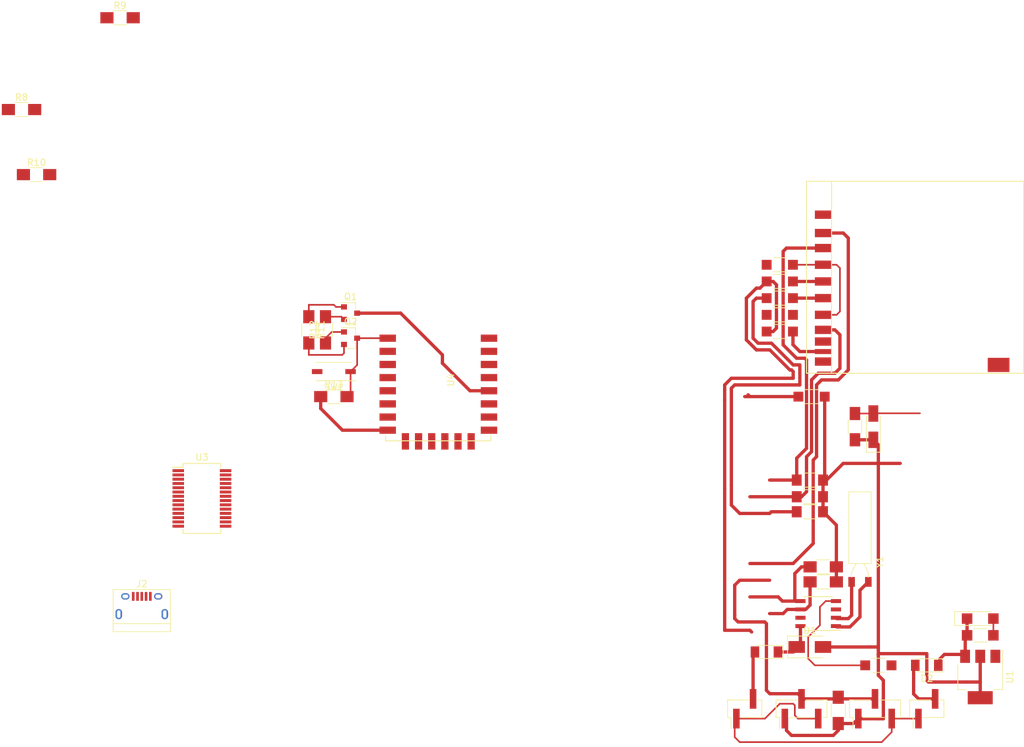
<source format=kicad_pcb>
(kicad_pcb (version 4) (host pcbnew 4.0.6)

  (general
    (links 93)
    (no_connects 46)
    (area 21.416999 25.877 177.567001 139.700001)
    (thickness 1.6)
    (drawings 2)
    (tracks 249)
    (zones 0)
    (modules 40)
    (nets 31)
  )

  (page A4)
  (layers
    (0 F.Cu signal)
    (31 B.Cu signal)
    (32 B.Adhes user hide)
    (33 F.Adhes user)
    (34 B.Paste user hide)
    (35 F.Paste user hide)
    (36 B.SilkS user hide)
    (37 F.SilkS user)
    (38 B.Mask user hide)
    (39 F.Mask user hide)
    (40 Dwgs.User user hide)
    (41 Cmts.User user hide)
    (42 Eco1.User user hide)
    (43 Eco2.User user hide)
    (44 Edge.Cuts user hide)
    (45 Margin user hide)
    (46 B.CrtYd user hide)
    (47 F.CrtYd user)
    (48 B.Fab user hide)
    (49 F.Fab user)
  )

  (setup
    (last_trace_width 0.25)
    (trace_clearance 0.2)
    (zone_clearance 0.35)
    (zone_45_only yes)
    (trace_min 0.2)
    (segment_width 0.2)
    (edge_width 0.15)
    (via_size 0.6)
    (via_drill 0.4)
    (via_min_size 0.4)
    (via_min_drill 0.3)
    (uvia_size 0.3)
    (uvia_drill 0.1)
    (uvias_allowed no)
    (uvia_min_size 0.2)
    (uvia_min_drill 0.1)
    (pcb_text_width 0.3)
    (pcb_text_size 1.5 1.5)
    (mod_edge_width 0.15)
    (mod_text_size 1 1)
    (mod_text_width 0.15)
    (pad_size 1.6 1.6)
    (pad_drill 0)
    (pad_to_mask_clearance 0.2)
    (aux_axis_origin 0 0)
    (visible_elements 7FFF7B21)
    (pcbplotparams
      (layerselection 0x00030_80000001)
      (usegerberextensions false)
      (excludeedgelayer true)
      (linewidth 0.100000)
      (plotframeref false)
      (viasonmask false)
      (mode 1)
      (useauxorigin false)
      (hpglpennumber 1)
      (hpglpenspeed 20)
      (hpglpendiameter 15)
      (hpglpenoverlay 2)
      (psnegative false)
      (psa4output false)
      (plotreference true)
      (plotvalue true)
      (plotinvisibletext false)
      (padsonsilk false)
      (subtractmaskfromsilk false)
      (outputformat 1)
      (mirror false)
      (drillshape 1)
      (scaleselection 1)
      (outputdirectory ""))
  )

  (net 0 "")
  (net 1 "Net-(C1-Pad1)")
  (net 2 1wire)
  (net 3 3V3)
  (net 4 "Net-(D2-Pad2)")
  (net 5 CS)
  (net 6 SCK)
  (net 7 "Net-(U2-Pad1)")
  (net 8 "Net-(U2-Pad2)")
  (net 9 GND)
  (net 10 "Net-(J4-Pad10)")
  (net 11 "Net-(J2-Pad1)")
  (net 12 "Net-(J2-Pad2)")
  (net 13 "Net-(J2-Pad3)")
  (net 14 GPIO13)
  (net 15 GPIO12)
  (net 16 "Net-(Q1-Pad1)")
  (net 17 DTR)
  (net 18 "Net-(Q2-Pad1)")
  (net 19 RTS)
  (net 20 RESET)
  (net 21 GPIO14)
  (net 22 GPIO16)
  (net 23 GPIO5)
  (net 24 GPIO4)
  (net 25 "Net-(R8-Pad1)")
  (net 26 "Net-(R10-Pad1)")
  (net 27 Rx)
  (net 28 Tx)
  (net 29 "Net-(D1-Pad1)")
  (net 30 "Net-(D3-Pad2)")

  (net_class Default "To jest domyślna klasa połączeń."
    (clearance 0.2)
    (trace_width 0.25)
    (via_dia 0.6)
    (via_drill 0.4)
    (uvia_dia 0.3)
    (uvia_drill 0.1)
    (add_net DTR)
    (add_net GND)
    (add_net GPIO12)
    (add_net GPIO13)
    (add_net GPIO14)
    (add_net GPIO16)
    (add_net GPIO4)
    (add_net GPIO5)
    (add_net "Net-(D1-Pad1)")
    (add_net "Net-(D3-Pad2)")
    (add_net "Net-(J2-Pad1)")
    (add_net "Net-(J2-Pad2)")
    (add_net "Net-(J2-Pad3)")
    (add_net "Net-(Q1-Pad1)")
    (add_net "Net-(Q2-Pad1)")
    (add_net "Net-(R10-Pad1)")
    (add_net "Net-(R8-Pad1)")
    (add_net RESET)
    (add_net RTS)
    (add_net Rx)
    (add_net Tx)
  )

  (net_class Grubsze ""
    (clearance 0.2)
    (trace_width 0.5)
    (via_dia 0.6)
    (via_drill 0.4)
    (uvia_dia 0.3)
    (uvia_drill 0.1)
    (add_net 1wire)
    (add_net 3V3)
    (add_net CS)
    (add_net "Net-(C1-Pad1)")
    (add_net "Net-(D2-Pad2)")
    (add_net "Net-(J4-Pad10)")
    (add_net "Net-(U2-Pad1)")
    (add_net "Net-(U2-Pad2)")
    (add_net SCK)
  )

  (module Resistors_SMD:R_1206_HandSoldering (layer F.Cu) (tedit 5946E512) (tstamp 591F27E7)
    (at 140.208 73.914 180)
    (descr "Resistor SMD 1206, hand soldering")
    (tags "resistor 1206")
    (path /591F4C30)
    (zone_connect 2)
    (attr smd)
    (fp_text reference RJ3 (at 0 -1.85 180) (layer F.SilkS) hide
      (effects (font (size 1 1) (thickness 0.15)))
    )
    (fp_text value 0 (at 7.112 0 180) (layer F.Fab)
      (effects (font (size 1 1) (thickness 0.15)))
    )
    (fp_text user %R (at 0 0 180) (layer F.Fab)
      (effects (font (size 0.7 0.7) (thickness 0.105)))
    )
    (fp_line (start -1.6 0.8) (end -1.6 -0.8) (layer F.Fab) (width 0.1))
    (fp_line (start 1.6 0.8) (end -1.6 0.8) (layer F.Fab) (width 0.1))
    (fp_line (start 1.6 -0.8) (end 1.6 0.8) (layer F.Fab) (width 0.1))
    (fp_line (start -1.6 -0.8) (end 1.6 -0.8) (layer F.Fab) (width 0.1))
    (fp_line (start 1 1.07) (end -1 1.07) (layer F.SilkS) (width 0.12))
    (fp_line (start -1 -1.07) (end 1 -1.07) (layer F.SilkS) (width 0.12))
    (fp_line (start -3.25 -1.11) (end 3.25 -1.11) (layer F.CrtYd) (width 0.05))
    (fp_line (start -3.25 -1.11) (end -3.25 1.1) (layer F.CrtYd) (width 0.05))
    (fp_line (start 3.25 1.1) (end 3.25 -1.11) (layer F.CrtYd) (width 0.05))
    (fp_line (start 3.25 1.1) (end -3.25 1.1) (layer F.CrtYd) (width 0.05))
    (pad 1 smd rect (at -2 0 180) (size 1.5 1.5) (layers F.Cu F.Paste F.Mask)
      (net 3 3V3) (zone_connect 2))
    (pad 2 smd rect (at 2 0 180) (size 1.5 1.5) (layers F.Cu F.Paste F.Mask)
      (net 3 3V3) (zone_connect 2))
    (model ${KISYS3DMOD}/Resistors_SMD.3dshapes/R_1206.wrl
      (at (xyz 0 0 0))
      (scale (xyz 1 1 1))
      (rotate (xyz 0 0 0))
    )
  )

  (module Resistors_SMD:R_1206_HandSoldering (layer F.Cu) (tedit 5946E519) (tstamp 591DD444)
    (at 140.208 68.834 180)
    (descr "Resistor SMD 1206, hand soldering")
    (tags "resistor 1206")
    (path /591DDBFF)
    (attr smd)
    (fp_text reference R4 (at 0 -1.85 180) (layer F.SilkS) hide
      (effects (font (size 1 1) (thickness 0.15)))
    )
    (fp_text value 10k (at 6.858 0 180) (layer F.Fab)
      (effects (font (size 1 1) (thickness 0.15)))
    )
    (fp_text user %R (at 0 0 180) (layer F.Fab)
      (effects (font (size 0.7 0.7) (thickness 0.105)))
    )
    (fp_line (start -1.6 0.8) (end -1.6 -0.8) (layer F.Fab) (width 0.1))
    (fp_line (start 1.6 0.8) (end -1.6 0.8) (layer F.Fab) (width 0.1))
    (fp_line (start 1.6 -0.8) (end 1.6 0.8) (layer F.Fab) (width 0.1))
    (fp_line (start -1.6 -0.8) (end 1.6 -0.8) (layer F.Fab) (width 0.1))
    (fp_line (start 1 1.07) (end -1 1.07) (layer F.SilkS) (width 0.12))
    (fp_line (start -1 -1.07) (end 1 -1.07) (layer F.SilkS) (width 0.12))
    (fp_line (start -3.25 -1.11) (end 3.25 -1.11) (layer F.CrtYd) (width 0.05))
    (fp_line (start -3.25 -1.11) (end -3.25 1.1) (layer F.CrtYd) (width 0.05))
    (fp_line (start 3.25 1.1) (end 3.25 -1.11) (layer F.CrtYd) (width 0.05))
    (fp_line (start 3.25 1.1) (end -3.25 1.1) (layer F.CrtYd) (width 0.05))
    (pad 1 smd rect (at -2 0 180) (size 1.5 1.5) (layers F.Cu F.Paste F.Mask)
      (net 3 3V3))
    (pad 2 smd rect (at 2 0 180) (size 1.5 1.5) (layers F.Cu F.Paste F.Mask)
      (net 22 GPIO16))
    (model ${KISYS3DMOD}/Resistors_SMD.3dshapes/R_1206.wrl
      (at (xyz 0 0 0))
      (scale (xyz 1 1 1))
      (rotate (xyz 0 0 0))
    )
  )

  (module Capacitors_Tantalum_SMD:CP_Tantalum_Case-A_EIA-3216-18_Hand (layer F.Cu) (tedit 595A184A) (tstamp 591DD3B8)
    (at 170.688 120.142)
    (descr "Tantalum capacitor, Case A, EIA 3216-18, 3.2x1.6x1.6mm, Hand soldering footprint")
    (tags "capacitor tantalum smd")
    (path /591E1ABE)
    (zone_connect 2)
    (attr smd)
    (fp_text reference C2 (at 0 0) (layer F.SilkS) hide
      (effects (font (size 1 1) (thickness 0.15)))
    )
    (fp_text value 10uF (at -3.302 0) (layer F.Fab)
      (effects (font (size 1 1) (thickness 0.15)))
    )
    (fp_line (start -4 -1.2) (end -4 1.2) (layer F.CrtYd) (width 0.05))
    (fp_line (start -4 1.2) (end 4 1.2) (layer F.CrtYd) (width 0.05))
    (fp_line (start 4 1.2) (end 4 -1.2) (layer F.CrtYd) (width 0.05))
    (fp_line (start 4 -1.2) (end -4 -1.2) (layer F.CrtYd) (width 0.05))
    (fp_line (start -1.6 -0.8) (end -1.6 0.8) (layer F.Fab) (width 0.1))
    (fp_line (start -1.6 0.8) (end 1.6 0.8) (layer F.Fab) (width 0.1))
    (fp_line (start 1.6 0.8) (end 1.6 -0.8) (layer F.Fab) (width 0.1))
    (fp_line (start 1.6 -0.8) (end -1.6 -0.8) (layer F.Fab) (width 0.1))
    (fp_line (start -1.28 -0.8) (end -1.28 0.8) (layer F.Fab) (width 0.1))
    (fp_line (start -1.12 -0.8) (end -1.12 0.8) (layer F.Fab) (width 0.1))
    (fp_line (start -3.9 -1.05) (end 1.6 -1.05) (layer F.SilkS) (width 0.12))
    (fp_line (start -3.9 1.05) (end 1.6 1.05) (layer F.SilkS) (width 0.12))
    (fp_line (start -3.9 -1.05) (end -3.9 1.05) (layer F.SilkS) (width 0.12))
    (pad 1 smd rect (at -2 0) (size 1.6 1.6) (layers F.Cu F.Paste F.Mask)
      (net 1 "Net-(C1-Pad1)") (zone_connect 2))
    (pad 2 smd rect (at 2 0) (size 1.6 1.6) (layers F.Cu F.Paste F.Mask)
      (net 9 GND) (zone_connect 1))
    (model Capacitors_Tantalum_SMD.3dshapes/CP_Tantalum_Case-A_EIA-3216-18.wrl
      (at (xyz 0 0 0))
      (scale (xyz 1 1 1))
      (rotate (xyz 0 0 0))
    )
  )

  (module Capacitors_SMD:C_1206_HandSoldering (layer F.Cu) (tedit 595A1837) (tstamp 591DD3B2)
    (at 170.688 122.682)
    (descr "Capacitor SMD 1206, hand soldering")
    (tags "capacitor 1206")
    (path /591E1A2B)
    (zone_connect 2)
    (attr smd)
    (fp_text reference C1 (at 0 0) (layer F.SilkS) hide
      (effects (font (size 1 1) (thickness 0.15)))
    )
    (fp_text value 10nF (at -3.302 0) (layer F.Fab)
      (effects (font (size 1 1) (thickness 0.15)))
    )
    (fp_text user %R (at 0 0) (layer F.Fab)
      (effects (font (size 1 1) (thickness 0.15)))
    )
    (fp_line (start -1.6 0.8) (end -1.6 -0.8) (layer F.Fab) (width 0.1))
    (fp_line (start 1.6 0.8) (end -1.6 0.8) (layer F.Fab) (width 0.1))
    (fp_line (start 1.6 -0.8) (end 1.6 0.8) (layer F.Fab) (width 0.1))
    (fp_line (start -1.6 -0.8) (end 1.6 -0.8) (layer F.Fab) (width 0.1))
    (fp_line (start 1 -1.02) (end -1 -1.02) (layer F.SilkS) (width 0.12))
    (fp_line (start -1 1.02) (end 1 1.02) (layer F.SilkS) (width 0.12))
    (fp_line (start -3.25 -1.05) (end 3.25 -1.05) (layer F.CrtYd) (width 0.05))
    (fp_line (start -3.25 -1.05) (end -3.25 1.05) (layer F.CrtYd) (width 0.05))
    (fp_line (start 3.25 1.05) (end 3.25 -1.05) (layer F.CrtYd) (width 0.05))
    (fp_line (start 3.25 1.05) (end -3.25 1.05) (layer F.CrtYd) (width 0.05))
    (pad 1 smd rect (at -2 0) (size 1.6 1.6) (layers F.Cu F.Paste F.Mask)
      (net 1 "Net-(C1-Pad1)") (zone_connect 2))
    (pad 2 smd rect (at 2 0) (size 1.6 1.6) (layers F.Cu F.Paste F.Mask)
      (net 9 GND) (zone_connect 1))
    (model Capacitors_SMD.3dshapes/C_1206.wrl
      (at (xyz 0 0 0))
      (scale (xyz 1 1 1))
      (rotate (xyz 0 0 0))
    )
  )

  (module Capacitors_SMD:C_1206_HandSoldering (layer F.Cu) (tedit 594545CA) (tstamp 591DD3BE)
    (at 151.638 90.932 90)
    (descr "Capacitor SMD 1206, hand soldering")
    (tags "capacitor 1206")
    (path /591E1D93)
    (zone_connect 2)
    (attr smd)
    (fp_text reference C3 (at 0 0 90) (layer F.SilkS) hide
      (effects (font (size 1 1) (thickness 0.15)))
    )
    (fp_text value 10nF (at 3.556 0 90) (layer F.Fab)
      (effects (font (size 1 1) (thickness 0.15)))
    )
    (fp_line (start -1.6 0.8) (end -1.6 -0.8) (layer F.Fab) (width 0.1))
    (fp_line (start 1.6 0.8) (end -1.6 0.8) (layer F.Fab) (width 0.1))
    (fp_line (start 1.6 -0.8) (end 1.6 0.8) (layer F.Fab) (width 0.1))
    (fp_line (start -1.6 -0.8) (end 1.6 -0.8) (layer F.Fab) (width 0.1))
    (fp_line (start 1 -1.02) (end -1 -1.02) (layer F.SilkS) (width 0.12))
    (fp_line (start -1 1.02) (end 1 1.02) (layer F.SilkS) (width 0.12))
    (fp_line (start -3.25 -1.05) (end 3.25 -1.05) (layer F.CrtYd) (width 0.05))
    (fp_line (start -3.25 -1.05) (end -3.25 1.05) (layer F.CrtYd) (width 0.05))
    (fp_line (start 3.25 1.05) (end 3.25 -1.05) (layer F.CrtYd) (width 0.05))
    (fp_line (start 3.25 1.05) (end -3.25 1.05) (layer F.CrtYd) (width 0.05))
    (pad 1 smd rect (at -2 0 90) (size 2 1.6) (layers F.Cu F.Paste F.Mask)
      (net 3 3V3) (zone_connect 2))
    (pad 2 smd rect (at 2 0 90) (size 2 1.6) (layers F.Cu F.Paste F.Mask)
      (net 9 GND) (zone_connect 2))
    (model Capacitors_SMD.3dshapes/C_1206.wrl
      (at (xyz 0 0 0))
      (scale (xyz 1 1 1))
      (rotate (xyz 0 0 0))
    )
  )

  (module Capacitors_Tantalum_SMD:CP_Tantalum_Case-A_EIA-3216-18_Hand (layer F.Cu) (tedit 59454515) (tstamp 591DD3C4)
    (at 154.432 90.932 90)
    (descr "Tantalum capacitor, Case A, EIA 3216-18, 3.2x1.6x1.6mm, Hand soldering footprint")
    (tags "capacitor tantalum smd")
    (path /591E1E6F)
    (zone_connect 2)
    (attr smd)
    (fp_text reference C4 (at 0 0 90) (layer F.Fab)
      (effects (font (size 1 1) (thickness 0.15)))
    )
    (fp_text value 10uF (at 3.556 0 90) (layer F.Fab)
      (effects (font (size 1 1) (thickness 0.15)))
    )
    (fp_line (start -4 -1.2) (end -4 1.2) (layer F.CrtYd) (width 0.05))
    (fp_line (start -4 1.2) (end 4 1.2) (layer F.CrtYd) (width 0.05))
    (fp_line (start 4 1.2) (end 4 -1.2) (layer F.CrtYd) (width 0.05))
    (fp_line (start 4 -1.2) (end -4 -1.2) (layer F.CrtYd) (width 0.05))
    (fp_line (start -1.6 -0.8) (end -1.6 0.8) (layer F.Fab) (width 0.1))
    (fp_line (start -1.6 0.8) (end 1.6 0.8) (layer F.Fab) (width 0.1))
    (fp_line (start 1.6 0.8) (end 1.6 -0.8) (layer F.Fab) (width 0.1))
    (fp_line (start 1.6 -0.8) (end -1.6 -0.8) (layer F.Fab) (width 0.1))
    (fp_line (start -1.28 -0.8) (end -1.28 0.8) (layer F.Fab) (width 0.1))
    (fp_line (start -1.12 -0.8) (end -1.12 0.8) (layer F.Fab) (width 0.1))
    (fp_line (start -3.9 -1.05) (end 1.6 -1.05) (layer F.SilkS) (width 0.12))
    (fp_line (start -3.9 1.05) (end 1.6 1.05) (layer F.SilkS) (width 0.12))
    (fp_line (start -3.9 -1.05) (end -3.9 1.05) (layer F.SilkS) (width 0.12))
    (pad 1 smd rect (at -2 0 90) (size 2.5 1.5) (layers F.Cu F.Paste F.Mask)
      (net 3 3V3) (zone_connect 2))
    (pad 2 smd rect (at 2 0 90) (size 2.5 1.5) (layers F.Cu F.Paste F.Mask)
      (net 9 GND) (zone_connect 2))
    (model Capacitors_Tantalum_SMD.3dshapes/CP_Tantalum_Case-A_EIA-3216-18.wrl
      (at (xyz 0 0 0))
      (scale (xyz 1 1 1))
      (rotate (xyz 0 0 0))
    )
  )

  (module Diodes_SMD:D_MiniMELF (layer F.Cu) (tedit 594546A2) (tstamp 591DD3D6)
    (at 138.176 125.222 180)
    (descr "Diode Mini-MELF")
    (tags "Diode Mini-MELF")
    (path /591DF21A)
    (attr smd)
    (fp_text reference D3 (at 0 -2 180) (layer F.SilkS) hide
      (effects (font (size 1 1) (thickness 0.15)))
    )
    (fp_text value 1N4148 (at 4.826 0 180) (layer F.Fab)
      (effects (font (size 1 1) (thickness 0.15)))
    )
    (fp_text user %R (at 0 -2 180) (layer F.Fab)
      (effects (font (size 1 1) (thickness 0.15)))
    )
    (fp_line (start 1.75 -1) (end -2.55 -1) (layer F.SilkS) (width 0.12))
    (fp_line (start -2.55 -1) (end -2.55 1) (layer F.SilkS) (width 0.12))
    (fp_line (start -2.55 1) (end 1.75 1) (layer F.SilkS) (width 0.12))
    (fp_line (start 1.65 -0.8) (end 1.65 0.8) (layer F.Fab) (width 0.1))
    (fp_line (start 1.65 0.8) (end -1.65 0.8) (layer F.Fab) (width 0.1))
    (fp_line (start -1.65 0.8) (end -1.65 -0.8) (layer F.Fab) (width 0.1))
    (fp_line (start -1.65 -0.8) (end 1.65 -0.8) (layer F.Fab) (width 0.1))
    (fp_line (start 0.25 0) (end 0.75 0) (layer F.Fab) (width 0.1))
    (fp_line (start 0.25 0.4) (end -0.35 0) (layer F.Fab) (width 0.1))
    (fp_line (start 0.25 -0.4) (end 0.25 0.4) (layer F.Fab) (width 0.1))
    (fp_line (start -0.35 0) (end 0.25 -0.4) (layer F.Fab) (width 0.1))
    (fp_line (start -0.35 0) (end -0.35 0.55) (layer F.Fab) (width 0.1))
    (fp_line (start -0.35 0) (end -0.35 -0.55) (layer F.Fab) (width 0.1))
    (fp_line (start -0.75 0) (end -0.35 0) (layer F.Fab) (width 0.1))
    (fp_line (start -2.65 -1.1) (end 2.65 -1.1) (layer F.CrtYd) (width 0.05))
    (fp_line (start 2.65 -1.1) (end 2.65 1.1) (layer F.CrtYd) (width 0.05))
    (fp_line (start 2.65 1.1) (end -2.65 1.1) (layer F.CrtYd) (width 0.05))
    (fp_line (start -2.65 1.1) (end -2.65 -1.1) (layer F.CrtYd) (width 0.05))
    (pad 1 smd rect (at -1.75 0 180) (size 1.3 1.7) (layers F.Cu F.Paste F.Mask)
      (net 29 "Net-(D1-Pad1)"))
    (pad 2 smd rect (at 1.75 0 180) (size 1.3 1.7) (layers F.Cu F.Paste F.Mask)
      (net 30 "Net-(D3-Pad2)"))
    (model ${KISYS3DMOD}/Diodes_SMD.3dshapes/D_MiniMELF.wrl
      (at (xyz 0 0 0))
      (scale (xyz 1 1 1))
      (rotate (xyz 0 0 0))
    )
  )

  (module Pin_Headers:Pin_Header_Straight_1x03_Pitch2.54mm_SMD_Pin1Left (layer F.Cu) (tedit 5945467A) (tstamp 591DD3DD)
    (at 154.686 133.858 90)
    (descr "surface-mounted straight pin header, 1x03, 2.54mm pitch, single row, style 1 (pin 1 left)")
    (tags "Surface mounted pin header SMD 1x03 2.54mm single row style1 pin1 left")
    (path /591DD1E5)
    (attr smd)
    (fp_text reference J1 (at 0 -4.87 90) (layer F.SilkS) hide
      (effects (font (size 1 1) (thickness 0.15)))
    )
    (fp_text value CONN_01X03 (at 0 4.87 90) (layer F.Fab) hide
      (effects (font (size 1 1) (thickness 0.15)))
    )
    (fp_line (start -1.27 -3.81) (end -1.27 3.81) (layer F.Fab) (width 0.1))
    (fp_line (start -1.27 3.81) (end 1.27 3.81) (layer F.Fab) (width 0.1))
    (fp_line (start 1.27 3.81) (end 1.27 -3.81) (layer F.Fab) (width 0.1))
    (fp_line (start 1.27 -3.81) (end -1.27 -3.81) (layer F.Fab) (width 0.1))
    (fp_line (start -1.27 -2.86) (end -1.27 -2.22) (layer F.Fab) (width 0.1))
    (fp_line (start -1.27 -2.22) (end -2.65 -2.22) (layer F.Fab) (width 0.1))
    (fp_line (start -2.65 -2.22) (end -2.65 -2.86) (layer F.Fab) (width 0.1))
    (fp_line (start -2.65 -2.86) (end -1.27 -2.86) (layer F.Fab) (width 0.1))
    (fp_line (start -1.27 2.22) (end -1.27 2.86) (layer F.Fab) (width 0.1))
    (fp_line (start -1.27 2.86) (end -2.65 2.86) (layer F.Fab) (width 0.1))
    (fp_line (start -2.65 2.86) (end -2.65 2.22) (layer F.Fab) (width 0.1))
    (fp_line (start -2.65 2.22) (end -1.27 2.22) (layer F.Fab) (width 0.1))
    (fp_line (start 1.27 -0.32) (end 1.27 0.32) (layer F.Fab) (width 0.1))
    (fp_line (start 1.27 0.32) (end 2.65 0.32) (layer F.Fab) (width 0.1))
    (fp_line (start 2.65 0.32) (end 2.65 -0.32) (layer F.Fab) (width 0.1))
    (fp_line (start 2.65 -0.32) (end 1.27 -0.32) (layer F.Fab) (width 0.1))
    (fp_line (start -1.33 -3.34) (end -1.33 -3.87) (layer F.SilkS) (width 0.12))
    (fp_line (start -1.33 -3.87) (end 1.33 -3.87) (layer F.SilkS) (width 0.12))
    (fp_line (start 1.33 -3.87) (end 1.33 -3.34) (layer F.SilkS) (width 0.12))
    (fp_line (start -1.33 3.34) (end -1.33 3.87) (layer F.SilkS) (width 0.12))
    (fp_line (start -1.33 3.87) (end 1.33 3.87) (layer F.SilkS) (width 0.12))
    (fp_line (start 1.33 3.87) (end 1.33 3.34) (layer F.SilkS) (width 0.12))
    (fp_line (start 1.33 -3.87) (end 1.33 -0.68) (layer F.SilkS) (width 0.12))
    (fp_line (start -1.33 -3.34) (end -3 -3.34) (layer F.SilkS) (width 0.12))
    (fp_line (start 1.33 0.68) (end 1.33 3.87) (layer F.SilkS) (width 0.12))
    (fp_line (start -1.33 -1.86) (end -1.33 1.86) (layer F.SilkS) (width 0.12))
    (fp_line (start -3.5 -4.35) (end -3.5 4.35) (layer F.CrtYd) (width 0.05))
    (fp_line (start -3.5 4.35) (end 3.5 4.35) (layer F.CrtYd) (width 0.05))
    (fp_line (start 3.5 4.35) (end 3.5 -4.35) (layer F.CrtYd) (width 0.05))
    (fp_line (start 3.5 -4.35) (end -3.5 -4.35) (layer F.CrtYd) (width 0.05))
    (fp_text user %R (at 2.794 -2.794 180) (layer F.Fab)
      (effects (font (size 1 1) (thickness 0.15)))
    )
    (pad 1 smd rect (at -1.5 -2.54 90) (size 3 1) (layers F.Cu F.Paste F.Mask)
      (net 3 3V3))
    (pad 3 smd rect (at -1.5 2.54 90) (size 3 1) (layers F.Cu F.Paste F.Mask)
      (net 9 GND))
    (pad 2 smd rect (at 1.5 0 90) (size 3 1) (layers F.Cu F.Paste F.Mask)
      (net 2 1wire))
    (model ${KISYS3DMOD}/Pin_Headers.3dshapes/Pin_Header_Straight_1x03_Pitch2.54mm_SMD_Pin1Left.wrl
      (at (xyz 0 0 0))
      (scale (xyz 1 1 1))
      (rotate (xyz 0 0 0))
    )
  )

  (module Moje:SDCARD-STANDARD (layer F.Cu) (tedit 5952CCD9) (tstamp 591DD419)
    (at 168.402 62.484 180)
    (path /591DD53A)
    (zone_connect 2)
    (fp_text reference J4 (at 8.89 -21.59 180) (layer F.SilkS) hide
      (effects (font (size 1 1) (thickness 0.15)))
    )
    (fp_text value SD_Card (at 6.35 10.16 180) (layer F.Fab)
      (effects (font (size 1 1) (thickness 0.15)))
    )
    (fp_line (start 20.32 -20.32) (end 24.13 -20.32) (layer F.SilkS) (width 0.15))
    (fp_line (start 24.13 -20.32) (end 24.13 8.89) (layer F.SilkS) (width 0.15))
    (fp_line (start 24.13 8.89) (end 20.32 8.89) (layer F.SilkS) (width 0.15))
    (fp_line (start -8.89 -20.32) (end 20.32 -20.32) (layer F.SilkS) (width 0.15))
    (fp_line (start 20.32 -20.32) (end 20.32 8.89) (layer F.SilkS) (width 0.15))
    (fp_line (start -8.89 8.89) (end 20.32 8.89) (layer F.SilkS) (width 0.15))
    (fp_line (start -8.89 -20.32) (end -8.89 8.89) (layer F.SilkS) (width 0.15))
    (pad 9 smd rect (at 21.59 3.81 180) (size 2.54 1.27) (layers F.Cu F.Paste F.Mask)
      (zone_connect 2))
    (pad 1 smd rect (at 21.59 1.016 180) (size 2.54 1.27) (layers F.Cu F.Paste F.Mask)
      (net 5 CS) (zone_connect 2))
    (pad 2 smd rect (at 21.59 -1.27 180) (size 2.54 1.27) (layers F.Cu F.Paste F.Mask)
      (net 14 GPIO13) (zone_connect 2))
    (pad 3 smd rect (at 21.59 -3.81 180) (size 2.54 1.27) (layers F.Cu F.Paste F.Mask)
      (net 9 GND) (zone_connect 1))
    (pad 4 smd rect (at 21.59 -6.35 180) (size 2.54 1.27) (layers F.Cu F.Paste F.Mask)
      (net 3 3V3) (zone_connect 2))
    (pad 5 smd rect (at 21.59 -8.89 180) (size 2.54 1.27) (layers F.Cu F.Paste F.Mask)
      (net 6 SCK) (zone_connect 2))
    (pad 6 smd rect (at 21.59 -11.43 180) (size 2.54 1.27) (layers F.Cu F.Paste F.Mask)
      (net 9 GND) (zone_connect 1))
    (pad 10 smd rect (at 21.59 -17.018 180) (size 2.54 0.762) (layers F.Cu F.Paste F.Mask)
      (net 10 "Net-(J4-Pad10)") (zone_connect 2))
    (pad 8 smd rect (at 21.59 -15.494 180) (size 2.54 1.27) (layers F.Cu F.Paste F.Mask)
      (zone_connect 2))
    (pad 11 smd rect (at 21.59 -18.542 180) (size 2.54 1.27) (layers F.Cu F.Paste F.Mask)
      (zone_connect 2))
    (pad 7 smd rect (at 21.59 -13.716 180) (size 2.54 1.27) (layers F.Cu F.Paste F.Mask)
      (net 15 GPIO12) (zone_connect 2))
    (pad 12 smd rect (at -5.08 -19.05 180) (size 3.302 2.159) (layers F.Cu F.Paste F.Mask)
      (net 9 GND) (zone_connect 2))
  )

  (module Pin_Headers:Pin_Header_Straight_1x03_Pitch2.54mm_SMD_Pin1Left (layer F.Cu) (tedit 5945468A) (tstamp 591DD420)
    (at 143.51 133.858 90)
    (descr "surface-mounted straight pin header, 1x03, 2.54mm pitch, single row, style 1 (pin 1 left)")
    (tags "Surface mounted pin header SMD 1x03 2.54mm single row style1 pin1 left")
    (path /591DD18C)
    (attr smd)
    (fp_text reference J5 (at 0 -4.87 90) (layer F.SilkS) hide
      (effects (font (size 1 1) (thickness 0.15)))
    )
    (fp_text value CONN_01X03 (at 0 4.87 90) (layer F.Fab) hide
      (effects (font (size 1 1) (thickness 0.15)))
    )
    (fp_line (start -1.27 -3.81) (end -1.27 3.81) (layer F.Fab) (width 0.1))
    (fp_line (start -1.27 3.81) (end 1.27 3.81) (layer F.Fab) (width 0.1))
    (fp_line (start 1.27 3.81) (end 1.27 -3.81) (layer F.Fab) (width 0.1))
    (fp_line (start 1.27 -3.81) (end -1.27 -3.81) (layer F.Fab) (width 0.1))
    (fp_line (start -1.27 -2.86) (end -1.27 -2.22) (layer F.Fab) (width 0.1))
    (fp_line (start -1.27 -2.22) (end -2.65 -2.22) (layer F.Fab) (width 0.1))
    (fp_line (start -2.65 -2.22) (end -2.65 -2.86) (layer F.Fab) (width 0.1))
    (fp_line (start -2.65 -2.86) (end -1.27 -2.86) (layer F.Fab) (width 0.1))
    (fp_line (start -1.27 2.22) (end -1.27 2.86) (layer F.Fab) (width 0.1))
    (fp_line (start -1.27 2.86) (end -2.65 2.86) (layer F.Fab) (width 0.1))
    (fp_line (start -2.65 2.86) (end -2.65 2.22) (layer F.Fab) (width 0.1))
    (fp_line (start -2.65 2.22) (end -1.27 2.22) (layer F.Fab) (width 0.1))
    (fp_line (start 1.27 -0.32) (end 1.27 0.32) (layer F.Fab) (width 0.1))
    (fp_line (start 1.27 0.32) (end 2.65 0.32) (layer F.Fab) (width 0.1))
    (fp_line (start 2.65 0.32) (end 2.65 -0.32) (layer F.Fab) (width 0.1))
    (fp_line (start 2.65 -0.32) (end 1.27 -0.32) (layer F.Fab) (width 0.1))
    (fp_line (start -1.33 -3.34) (end -1.33 -3.87) (layer F.SilkS) (width 0.12))
    (fp_line (start -1.33 -3.87) (end 1.33 -3.87) (layer F.SilkS) (width 0.12))
    (fp_line (start 1.33 -3.87) (end 1.33 -3.34) (layer F.SilkS) (width 0.12))
    (fp_line (start -1.33 3.34) (end -1.33 3.87) (layer F.SilkS) (width 0.12))
    (fp_line (start -1.33 3.87) (end 1.33 3.87) (layer F.SilkS) (width 0.12))
    (fp_line (start 1.33 3.87) (end 1.33 3.34) (layer F.SilkS) (width 0.12))
    (fp_line (start 1.33 -3.87) (end 1.33 -0.68) (layer F.SilkS) (width 0.12))
    (fp_line (start -1.33 -3.34) (end -3 -3.34) (layer F.SilkS) (width 0.12))
    (fp_line (start 1.33 0.68) (end 1.33 3.87) (layer F.SilkS) (width 0.12))
    (fp_line (start -1.33 -1.86) (end -1.33 1.86) (layer F.SilkS) (width 0.12))
    (fp_line (start -3.5 -4.35) (end -3.5 4.35) (layer F.CrtYd) (width 0.05))
    (fp_line (start -3.5 4.35) (end 3.5 4.35) (layer F.CrtYd) (width 0.05))
    (fp_line (start 3.5 4.35) (end 3.5 -4.35) (layer F.CrtYd) (width 0.05))
    (fp_line (start 3.5 -4.35) (end -3.5 -4.35) (layer F.CrtYd) (width 0.05))
    (fp_text user %R (at 2.286 -2.794 180) (layer F.Fab)
      (effects (font (size 1 1) (thickness 0.15)))
    )
    (pad 1 smd rect (at -1.5 -2.54 90) (size 3 1) (layers F.Cu F.Paste F.Mask)
      (net 3 3V3))
    (pad 3 smd rect (at -1.5 2.54 90) (size 3 1) (layers F.Cu F.Paste F.Mask)
      (net 9 GND))
    (pad 2 smd rect (at 1.5 0 90) (size 3 1) (layers F.Cu F.Paste F.Mask)
      (net 2 1wire))
    (model ${KISYS3DMOD}/Pin_Headers.3dshapes/Pin_Header_Straight_1x03_Pitch2.54mm_SMD_Pin1Left.wrl
      (at (xyz 0 0 0))
      (scale (xyz 1 1 1))
      (rotate (xyz 0 0 0))
    )
  )

  (module Pin_Headers:Pin_Header_Straight_1x02_Pitch2.54mm_SMD_Pin1Left (layer F.Cu) (tedit 59454695) (tstamp 591DD426)
    (at 134.874 133.858 90)
    (descr "surface-mounted straight pin header, 1x02, 2.54mm pitch, single row, style 1 (pin 1 left)")
    (tags "Surface mounted pin header SMD 1x02 2.54mm single row style1 pin1 left")
    (path /591E39F7)
    (attr smd)
    (fp_text reference J6 (at 0 -3.6 90) (layer F.SilkS) hide
      (effects (font (size 1 1) (thickness 0.15)))
    )
    (fp_text value CONN_01X02 (at 0 3.6 90) (layer F.Fab) hide
      (effects (font (size 1 1) (thickness 0.15)))
    )
    (fp_line (start -1.27 -2.54) (end -1.27 2.54) (layer F.Fab) (width 0.1))
    (fp_line (start -1.27 2.54) (end 1.27 2.54) (layer F.Fab) (width 0.1))
    (fp_line (start 1.27 2.54) (end 1.27 -2.54) (layer F.Fab) (width 0.1))
    (fp_line (start 1.27 -2.54) (end -1.27 -2.54) (layer F.Fab) (width 0.1))
    (fp_line (start -1.27 -1.59) (end -1.27 -0.95) (layer F.Fab) (width 0.1))
    (fp_line (start -1.27 -0.95) (end -2.65 -0.95) (layer F.Fab) (width 0.1))
    (fp_line (start -2.65 -0.95) (end -2.65 -1.59) (layer F.Fab) (width 0.1))
    (fp_line (start -2.65 -1.59) (end -1.27 -1.59) (layer F.Fab) (width 0.1))
    (fp_line (start 1.27 0.95) (end 1.27 1.59) (layer F.Fab) (width 0.1))
    (fp_line (start 1.27 1.59) (end 2.65 1.59) (layer F.Fab) (width 0.1))
    (fp_line (start 2.65 1.59) (end 2.65 0.95) (layer F.Fab) (width 0.1))
    (fp_line (start 2.65 0.95) (end 1.27 0.95) (layer F.Fab) (width 0.1))
    (fp_line (start -1.33 -2.07) (end -1.33 -2.6) (layer F.SilkS) (width 0.12))
    (fp_line (start -1.33 -2.6) (end 1.33 -2.6) (layer F.SilkS) (width 0.12))
    (fp_line (start 1.33 -2.6) (end 1.33 -2.07) (layer F.SilkS) (width 0.12))
    (fp_line (start -1.33 2.07) (end -1.33 2.6) (layer F.SilkS) (width 0.12))
    (fp_line (start -1.33 2.6) (end 1.33 2.6) (layer F.SilkS) (width 0.12))
    (fp_line (start 1.33 2.6) (end 1.33 2.07) (layer F.SilkS) (width 0.12))
    (fp_line (start 1.33 -2.6) (end 1.33 0.59) (layer F.SilkS) (width 0.12))
    (fp_line (start -1.33 -2.07) (end -3 -2.07) (layer F.SilkS) (width 0.12))
    (fp_line (start -1.33 -0.59) (end -1.33 2.6) (layer F.SilkS) (width 0.12))
    (fp_line (start -3.5 -3.05) (end -3.5 3.05) (layer F.CrtYd) (width 0.05))
    (fp_line (start -3.5 3.05) (end 3.5 3.05) (layer F.CrtYd) (width 0.05))
    (fp_line (start 3.5 3.05) (end 3.5 -3.05) (layer F.CrtYd) (width 0.05))
    (fp_line (start 3.5 -3.05) (end -3.5 -3.05) (layer F.CrtYd) (width 0.05))
    (fp_text user %R (at 2.032 -1.27 180) (layer F.Fab)
      (effects (font (size 1 1) (thickness 0.15)))
    )
    (pad 1 smd rect (at -1.5 -1.27 90) (size 3 1) (layers F.Cu F.Paste F.Mask)
      (net 9 GND))
    (pad 2 smd rect (at 1.5 1.27 90) (size 3 1) (layers F.Cu F.Paste F.Mask)
      (net 30 "Net-(D3-Pad2)"))
    (model ${KISYS3DMOD}/Pin_Headers.3dshapes/Pin_Header_Straight_1x02_Pitch2.54mm_SMD_Pin1Left.wrl
      (at (xyz 0 0 0))
      (scale (xyz 1 1 1))
      (rotate (xyz 0 0 0))
    )
  )

  (module Resistors_SMD:R_1206_HandSoldering (layer F.Cu) (tedit 5945461E) (tstamp 591DD432)
    (at 144.78 99.06 180)
    (descr "Resistor SMD 1206, hand soldering")
    (tags "resistor 1206")
    (path /591DE219)
    (attr smd)
    (fp_text reference R1 (at 0 -1.85 180) (layer F.SilkS) hide
      (effects (font (size 1 1) (thickness 0.15)))
    )
    (fp_text value 10k (at -3.302 0 180) (layer F.Fab)
      (effects (font (size 1 1) (thickness 0.15)))
    )
    (fp_text user %R (at 0 0 180) (layer F.Fab)
      (effects (font (size 0.7 0.7) (thickness 0.105)))
    )
    (fp_line (start -1.6 0.8) (end -1.6 -0.8) (layer F.Fab) (width 0.1))
    (fp_line (start 1.6 0.8) (end -1.6 0.8) (layer F.Fab) (width 0.1))
    (fp_line (start 1.6 -0.8) (end 1.6 0.8) (layer F.Fab) (width 0.1))
    (fp_line (start -1.6 -0.8) (end 1.6 -0.8) (layer F.Fab) (width 0.1))
    (fp_line (start 1 1.07) (end -1 1.07) (layer F.SilkS) (width 0.12))
    (fp_line (start -1 -1.07) (end 1 -1.07) (layer F.SilkS) (width 0.12))
    (fp_line (start -3.25 -1.11) (end 3.25 -1.11) (layer F.CrtYd) (width 0.05))
    (fp_line (start -3.25 -1.11) (end -3.25 1.1) (layer F.CrtYd) (width 0.05))
    (fp_line (start 3.25 1.1) (end 3.25 -1.11) (layer F.CrtYd) (width 0.05))
    (fp_line (start 3.25 1.1) (end -3.25 1.1) (layer F.CrtYd) (width 0.05))
    (pad 1 smd rect (at -2 0 180) (size 1.5 1.7) (layers F.Cu F.Paste F.Mask)
      (net 3 3V3))
    (pad 2 smd rect (at 2 0 180) (size 1.5 1.7) (layers F.Cu F.Paste F.Mask)
      (net 14 GPIO13))
    (model ${KISYS3DMOD}/Resistors_SMD.3dshapes/R_1206.wrl
      (at (xyz 0 0 0))
      (scale (xyz 1 1 1))
      (rotate (xyz 0 0 0))
    )
  )

  (module Resistors_SMD:R_1206_HandSoldering (layer F.Cu) (tedit 59454622) (tstamp 591DD438)
    (at 144.78 101.6 180)
    (descr "Resistor SMD 1206, hand soldering")
    (tags "resistor 1206")
    (path /591DE506)
    (attr smd)
    (fp_text reference R2 (at 0 -1.85 180) (layer F.SilkS) hide
      (effects (font (size 1 1) (thickness 0.15)))
    )
    (fp_text value 10k (at -3.302 0 180) (layer F.Fab)
      (effects (font (size 1 1) (thickness 0.15)))
    )
    (fp_text user %R (at 0 0 180) (layer F.Fab)
      (effects (font (size 0.7 0.7) (thickness 0.105)))
    )
    (fp_line (start -1.6 0.8) (end -1.6 -0.8) (layer F.Fab) (width 0.1))
    (fp_line (start 1.6 0.8) (end -1.6 0.8) (layer F.Fab) (width 0.1))
    (fp_line (start 1.6 -0.8) (end 1.6 0.8) (layer F.Fab) (width 0.1))
    (fp_line (start -1.6 -0.8) (end 1.6 -0.8) (layer F.Fab) (width 0.1))
    (fp_line (start 1 1.07) (end -1 1.07) (layer F.SilkS) (width 0.12))
    (fp_line (start -1 -1.07) (end 1 -1.07) (layer F.SilkS) (width 0.12))
    (fp_line (start -3.25 -1.11) (end 3.25 -1.11) (layer F.CrtYd) (width 0.05))
    (fp_line (start -3.25 -1.11) (end -3.25 1.1) (layer F.CrtYd) (width 0.05))
    (fp_line (start 3.25 1.1) (end 3.25 -1.11) (layer F.CrtYd) (width 0.05))
    (fp_line (start 3.25 1.1) (end -3.25 1.1) (layer F.CrtYd) (width 0.05))
    (pad 1 smd rect (at -2 0 180) (size 1.5 1.7) (layers F.Cu F.Paste F.Mask)
      (net 3 3V3))
    (pad 2 smd rect (at 2 0 180) (size 1.5 1.7) (layers F.Cu F.Paste F.Mask)
      (net 15 GPIO12))
    (model ${KISYS3DMOD}/Resistors_SMD.3dshapes/R_1206.wrl
      (at (xyz 0 0 0))
      (scale (xyz 1 1 1))
      (rotate (xyz 0 0 0))
    )
  )

  (module Resistors_SMD:R_1206_HandSoldering (layer F.Cu) (tedit 59454626) (tstamp 591DD43E)
    (at 144.78 103.886 180)
    (descr "Resistor SMD 1206, hand soldering")
    (tags "resistor 1206")
    (path /591DE541)
    (attr smd)
    (fp_text reference R3 (at 0 -1.85 180) (layer F.SilkS) hide
      (effects (font (size 1 1) (thickness 0.15)))
    )
    (fp_text value 10k (at -3.302 0 180) (layer F.Fab)
      (effects (font (size 1 1) (thickness 0.15)))
    )
    (fp_text user %R (at 0 0 180) (layer F.Fab)
      (effects (font (size 0.7 0.7) (thickness 0.105)))
    )
    (fp_line (start -1.6 0.8) (end -1.6 -0.8) (layer F.Fab) (width 0.1))
    (fp_line (start 1.6 0.8) (end -1.6 0.8) (layer F.Fab) (width 0.1))
    (fp_line (start 1.6 -0.8) (end 1.6 0.8) (layer F.Fab) (width 0.1))
    (fp_line (start -1.6 -0.8) (end 1.6 -0.8) (layer F.Fab) (width 0.1))
    (fp_line (start 1 1.07) (end -1 1.07) (layer F.SilkS) (width 0.12))
    (fp_line (start -1 -1.07) (end 1 -1.07) (layer F.SilkS) (width 0.12))
    (fp_line (start -3.25 -1.11) (end 3.25 -1.11) (layer F.CrtYd) (width 0.05))
    (fp_line (start -3.25 -1.11) (end -3.25 1.1) (layer F.CrtYd) (width 0.05))
    (fp_line (start 3.25 1.1) (end 3.25 -1.11) (layer F.CrtYd) (width 0.05))
    (fp_line (start 3.25 1.1) (end -3.25 1.1) (layer F.CrtYd) (width 0.05))
    (pad 1 smd rect (at -2 0 180) (size 1.5 1.7) (layers F.Cu F.Paste F.Mask)
      (net 3 3V3))
    (pad 2 smd rect (at 2 0 180) (size 1.5 1.7) (layers F.Cu F.Paste F.Mask)
      (net 21 GPIO14))
    (model ${KISYS3DMOD}/Resistors_SMD.3dshapes/R_1206.wrl
      (at (xyz 0 0 0))
      (scale (xyz 1 1 1))
      (rotate (xyz 0 0 0))
    )
  )

  (module Resistors_SMD:R_1206_HandSoldering (layer F.Cu) (tedit 59454674) (tstamp 591DD44A)
    (at 149.098 134.112 90)
    (descr "Resistor SMD 1206, hand soldering")
    (tags "resistor 1206")
    (path /591DCE97)
    (attr smd)
    (fp_text reference R5 (at 0 -1.85 90) (layer F.SilkS) hide
      (effects (font (size 1 1) (thickness 0.15)))
    )
    (fp_text value 4k7 (at 3.048 0 90) (layer F.Fab)
      (effects (font (size 1 1) (thickness 0.15)))
    )
    (fp_text user %R (at 0 0 90) (layer F.Fab)
      (effects (font (size 0.7 0.7) (thickness 0.105)))
    )
    (fp_line (start -1.6 0.8) (end -1.6 -0.8) (layer F.Fab) (width 0.1))
    (fp_line (start 1.6 0.8) (end -1.6 0.8) (layer F.Fab) (width 0.1))
    (fp_line (start 1.6 -0.8) (end 1.6 0.8) (layer F.Fab) (width 0.1))
    (fp_line (start -1.6 -0.8) (end 1.6 -0.8) (layer F.Fab) (width 0.1))
    (fp_line (start 1 1.07) (end -1 1.07) (layer F.SilkS) (width 0.12))
    (fp_line (start -1 -1.07) (end 1 -1.07) (layer F.SilkS) (width 0.12))
    (fp_line (start -3.25 -1.11) (end 3.25 -1.11) (layer F.CrtYd) (width 0.05))
    (fp_line (start -3.25 -1.11) (end -3.25 1.1) (layer F.CrtYd) (width 0.05))
    (fp_line (start 3.25 1.1) (end 3.25 -1.11) (layer F.CrtYd) (width 0.05))
    (fp_line (start 3.25 1.1) (end -3.25 1.1) (layer F.CrtYd) (width 0.05))
    (pad 1 smd rect (at -2 0 90) (size 2 1.7) (layers F.Cu F.Paste F.Mask)
      (net 3 3V3))
    (pad 2 smd rect (at 2 0 90) (size 2 1.7) (layers F.Cu F.Paste F.Mask)
      (net 2 1wire))
    (model ${KISYS3DMOD}/Resistors_SMD.3dshapes/R_1206.wrl
      (at (xyz 0 0 0))
      (scale (xyz 1 1 1))
      (rotate (xyz 0 0 0))
    )
  )

  (module Resistors_SMD:R_1206_HandSoldering (layer F.Cu) (tedit 59454639) (tstamp 591DD450)
    (at 146.812 112.268 180)
    (descr "Resistor SMD 1206, hand soldering")
    (tags "resistor 1206")
    (path /591DCEFA)
    (attr smd)
    (fp_text reference R6 (at 0 -1.85 180) (layer F.SilkS) hide
      (effects (font (size 1 1) (thickness 0.15)))
    )
    (fp_text value 4k7 (at 3.302 -0.254 180) (layer F.Fab)
      (effects (font (size 1 1) (thickness 0.15)))
    )
    (fp_text user %R (at 0 0 180) (layer F.Fab)
      (effects (font (size 0.7 0.7) (thickness 0.105)))
    )
    (fp_line (start -1.6 0.8) (end -1.6 -0.8) (layer F.Fab) (width 0.1))
    (fp_line (start 1.6 0.8) (end -1.6 0.8) (layer F.Fab) (width 0.1))
    (fp_line (start 1.6 -0.8) (end 1.6 0.8) (layer F.Fab) (width 0.1))
    (fp_line (start -1.6 -0.8) (end 1.6 -0.8) (layer F.Fab) (width 0.1))
    (fp_line (start 1 1.07) (end -1 1.07) (layer F.SilkS) (width 0.12))
    (fp_line (start -1 -1.07) (end 1 -1.07) (layer F.SilkS) (width 0.12))
    (fp_line (start -3.25 -1.11) (end 3.25 -1.11) (layer F.CrtYd) (width 0.05))
    (fp_line (start -3.25 -1.11) (end -3.25 1.1) (layer F.CrtYd) (width 0.05))
    (fp_line (start 3.25 1.1) (end 3.25 -1.11) (layer F.CrtYd) (width 0.05))
    (fp_line (start 3.25 1.1) (end -3.25 1.1) (layer F.CrtYd) (width 0.05))
    (pad 1 smd rect (at -2 0 180) (size 2 1.7) (layers F.Cu F.Paste F.Mask)
      (net 3 3V3))
    (pad 2 smd rect (at 2 0 180) (size 2 1.7) (layers F.Cu F.Paste F.Mask)
      (net 23 GPIO5))
    (model ${KISYS3DMOD}/Resistors_SMD.3dshapes/R_1206.wrl
      (at (xyz 0 0 0))
      (scale (xyz 1 1 1))
      (rotate (xyz 0 0 0))
    )
  )

  (module Resistors_SMD:R_1206_HandSoldering (layer F.Cu) (tedit 5945463D) (tstamp 591DD456)
    (at 146.812 114.554 180)
    (descr "Resistor SMD 1206, hand soldering")
    (tags "resistor 1206")
    (path /591DCF1C)
    (attr smd)
    (fp_text reference R7 (at 0 -1.85 180) (layer F.SilkS) hide
      (effects (font (size 1 1) (thickness 0.15)))
    )
    (fp_text value 4k7 (at 3.302 0 180) (layer F.Fab)
      (effects (font (size 1 1) (thickness 0.15)))
    )
    (fp_text user %R (at 0 0 180) (layer F.Fab)
      (effects (font (size 0.7 0.7) (thickness 0.105)))
    )
    (fp_line (start -1.6 0.8) (end -1.6 -0.8) (layer F.Fab) (width 0.1))
    (fp_line (start 1.6 0.8) (end -1.6 0.8) (layer F.Fab) (width 0.1))
    (fp_line (start 1.6 -0.8) (end 1.6 0.8) (layer F.Fab) (width 0.1))
    (fp_line (start -1.6 -0.8) (end 1.6 -0.8) (layer F.Fab) (width 0.1))
    (fp_line (start 1 1.07) (end -1 1.07) (layer F.SilkS) (width 0.12))
    (fp_line (start -1 -1.07) (end 1 -1.07) (layer F.SilkS) (width 0.12))
    (fp_line (start -3.25 -1.11) (end 3.25 -1.11) (layer F.CrtYd) (width 0.05))
    (fp_line (start -3.25 -1.11) (end -3.25 1.1) (layer F.CrtYd) (width 0.05))
    (fp_line (start 3.25 1.1) (end 3.25 -1.11) (layer F.CrtYd) (width 0.05))
    (fp_line (start 3.25 1.1) (end -3.25 1.1) (layer F.CrtYd) (width 0.05))
    (pad 1 smd rect (at -2 0 180) (size 2 1.7) (layers F.Cu F.Paste F.Mask)
      (net 3 3V3))
    (pad 2 smd rect (at 2 0 180) (size 2 1.7) (layers F.Cu F.Paste F.Mask)
      (net 24 GPIO4))
    (model ${KISYS3DMOD}/Resistors_SMD.3dshapes/R_1206.wrl
      (at (xyz 0 0 0))
      (scale (xyz 1 1 1))
      (rotate (xyz 0 0 0))
    )
  )

  (module Housings_SOIC:SOIC-8_3.9x4.9mm_Pitch1.27mm (layer F.Cu) (tedit 5952CD01) (tstamp 591DD46D)
    (at 146.05 119.38 180)
    (descr "8-Lead Plastic Small Outline (SN) - Narrow, 3.90 mm Body [SOIC] (see Microchip Packaging Specification 00000049BS.pdf)")
    (tags "SOIC 1.27")
    (path /591DECCB)
    (zone_connect 2)
    (attr smd)
    (fp_text reference U2 (at 0 -3.5 180) (layer F.SilkS) hide
      (effects (font (size 1 1) (thickness 0.15)))
    )
    (fp_text value PCF8563 (at -0.254 -3.302 180) (layer F.Fab)
      (effects (font (size 1 1) (thickness 0.15)))
    )
    (fp_text user %R (at 0 0 180) (layer F.Fab)
      (effects (font (size 1 1) (thickness 0.15)))
    )
    (fp_line (start -0.95 -2.45) (end 1.95 -2.45) (layer F.Fab) (width 0.1))
    (fp_line (start 1.95 -2.45) (end 1.95 2.45) (layer F.Fab) (width 0.1))
    (fp_line (start 1.95 2.45) (end -1.95 2.45) (layer F.Fab) (width 0.1))
    (fp_line (start -1.95 2.45) (end -1.95 -1.45) (layer F.Fab) (width 0.1))
    (fp_line (start -1.95 -1.45) (end -0.95 -2.45) (layer F.Fab) (width 0.1))
    (fp_line (start -3.73 -2.7) (end -3.73 2.7) (layer F.CrtYd) (width 0.05))
    (fp_line (start 3.73 -2.7) (end 3.73 2.7) (layer F.CrtYd) (width 0.05))
    (fp_line (start -3.73 -2.7) (end 3.73 -2.7) (layer F.CrtYd) (width 0.05))
    (fp_line (start -3.73 2.7) (end 3.73 2.7) (layer F.CrtYd) (width 0.05))
    (fp_line (start -2.075 -2.575) (end -2.075 -2.525) (layer F.SilkS) (width 0.15))
    (fp_line (start 2.075 -2.575) (end 2.075 -2.43) (layer F.SilkS) (width 0.15))
    (fp_line (start 2.075 2.575) (end 2.075 2.43) (layer F.SilkS) (width 0.15))
    (fp_line (start -2.075 2.575) (end -2.075 2.43) (layer F.SilkS) (width 0.15))
    (fp_line (start -2.075 -2.575) (end 2.075 -2.575) (layer F.SilkS) (width 0.15))
    (fp_line (start -2.075 2.575) (end 2.075 2.575) (layer F.SilkS) (width 0.15))
    (fp_line (start -2.075 -2.525) (end -3.475 -2.525) (layer F.SilkS) (width 0.15))
    (pad 1 smd rect (at -2.7 -1.905 180) (size 1.55 0.6) (layers F.Cu F.Paste F.Mask)
      (net 7 "Net-(U2-Pad1)") (zone_connect 2))
    (pad 2 smd rect (at -2.7 -0.635 180) (size 1.55 0.6) (layers F.Cu F.Paste F.Mask)
      (net 8 "Net-(U2-Pad2)") (zone_connect 2))
    (pad 3 smd rect (at -2.7 0.635 180) (size 1.55 0.6) (layers F.Cu F.Paste F.Mask)
      (zone_connect 2))
    (pad 4 smd rect (at -2.7 1.905 180) (size 1.55 0.6) (layers F.Cu F.Paste F.Mask)
      (net 9 GND) (zone_connect 1))
    (pad 5 smd rect (at 2.7 1.905 180) (size 1.55 0.6) (layers F.Cu F.Paste F.Mask)
      (net 23 GPIO5) (zone_connect 2))
    (pad 6 smd rect (at 2.7 0.635 180) (size 1.55 0.6) (layers F.Cu F.Paste F.Mask)
      (net 24 GPIO4) (zone_connect 2))
    (pad 7 smd rect (at 2.7 -0.635 180) (size 1.55 0.6) (layers F.Cu F.Paste F.Mask)
      (zone_connect 2))
    (pad 8 smd rect (at 2.7 -1.905 180) (size 1.55 0.6) (layers F.Cu F.Paste F.Mask)
      (net 29 "Net-(D1-Pad1)") (zone_connect 2))
    (model Housings_SOIC.3dshapes/SOIC-8_3.9x4.9mm_Pitch1.27mm.wrl
      (at (xyz 0 0 0))
      (scale (xyz 1 1 1))
      (rotate (xyz 0 0 0))
    )
  )

  (module Crystals:Crystal_AT310_d3.0mm_l10.0mm_Horizontal (layer F.Cu) (tedit 591F19B1) (tstamp 591DD473)
    (at 153.67 114.554 180)
    (descr "Crystal THT AT310 10.0mm-10.5mm length 3.0mm diameter")
    (tags ['AT310'])
    (path /591DEFF4)
    (fp_text reference Y1 (at -1.75 3 270) (layer F.SilkS)
      (effects (font (size 1 1) (thickness 0.15)))
    )
    (fp_text value Crystal (at 4.29 3 270) (layer F.Fab) hide
      (effects (font (size 1 1) (thickness 0.15)))
    )
    (fp_text user %R (at 1.25 8.75 270) (layer F.Fab)
      (effects (font (size 0.8 0.8) (thickness 0.12)))
    )
    (fp_line (start -0.23 3) (end -0.23 13.5) (layer F.Fab) (width 0.1))
    (fp_line (start -0.23 13.5) (end 2.77 13.5) (layer F.Fab) (width 0.1))
    (fp_line (start 2.77 13.5) (end 2.77 3) (layer F.Fab) (width 0.1))
    (fp_line (start 2.77 3) (end -0.23 3) (layer F.Fab) (width 0.1))
    (fp_line (start 0.67 3) (end 0 1.5) (layer F.Fab) (width 0.1))
    (fp_line (start 0 1.5) (end 0 0) (layer F.Fab) (width 0.1))
    (fp_line (start 1.87 3) (end 2.54 1.5) (layer F.Fab) (width 0.1))
    (fp_line (start 2.54 1.5) (end 2.54 0) (layer F.Fab) (width 0.1))
    (fp_line (start -0.43 2.8) (end -0.43 13.7) (layer F.SilkS) (width 0.12))
    (fp_line (start -0.43 13.7) (end 2.97 13.7) (layer F.SilkS) (width 0.12))
    (fp_line (start 2.97 13.7) (end 2.97 2.8) (layer F.SilkS) (width 0.12))
    (fp_line (start 2.97 2.8) (end -0.43 2.8) (layer F.SilkS) (width 0.12))
    (fp_line (start 0.67 2.8) (end 0 1.4) (layer F.SilkS) (width 0.12))
    (fp_line (start 0 1.4) (end 0 0.7) (layer F.SilkS) (width 0.12))
    (fp_line (start 1.87 2.8) (end 2.54 1.4) (layer F.SilkS) (width 0.12))
    (fp_line (start 2.54 1.4) (end 2.54 0.7) (layer F.SilkS) (width 0.12))
    (fp_line (start -1 -0.8) (end -1 14.3) (layer F.CrtYd) (width 0.05))
    (fp_line (start -1 14.3) (end 3.6 14.3) (layer F.CrtYd) (width 0.05))
    (fp_line (start 3.6 14.3) (end 3.6 -0.8) (layer F.CrtYd) (width 0.05))
    (fp_line (start 3.6 -0.8) (end -1 -0.8) (layer F.CrtYd) (width 0.05))
    (pad 1 smd rect (at 0 0 180) (size 1 1.5) (layers F.Cu F.Paste F.Mask)
      (net 7 "Net-(U2-Pad1)"))
    (pad 2 smd rect (at 2.54 0 180) (size 1 1.5) (layers F.Cu F.Paste F.Mask)
      (net 8 "Net-(U2-Pad2)"))
    (model ${KISYS3DMOD}/Crystals.3dshapes/Crystal_AT310_d3.0mm_l10.0mm_Horizontal.wrl
      (at (xyz 0.05 0 0))
      (scale (xyz 1 1 1))
      (rotate (xyz 0 0 0))
    )
  )

  (module Resistors_SMD:R_1206_HandSoldering (layer F.Cu) (tedit 5946E50F) (tstamp 591F2514)
    (at 140.208 71.374)
    (descr "Resistor SMD 1206, hand soldering")
    (tags "resistor 1206")
    (path /591F36DF)
    (attr smd)
    (fp_text reference RJ1 (at 0 -1.85) (layer F.SilkS) hide
      (effects (font (size 1 1) (thickness 0.15)))
    )
    (fp_text value 0 (at -7.112 0) (layer F.Fab)
      (effects (font (size 1 1) (thickness 0.15)))
    )
    (fp_text user %R (at 0 0) (layer F.Fab)
      (effects (font (size 0.7 0.7) (thickness 0.105)))
    )
    (fp_line (start -1.6 0.8) (end -1.6 -0.8) (layer F.Fab) (width 0.1))
    (fp_line (start 1.6 0.8) (end -1.6 0.8) (layer F.Fab) (width 0.1))
    (fp_line (start 1.6 -0.8) (end 1.6 0.8) (layer F.Fab) (width 0.1))
    (fp_line (start -1.6 -0.8) (end 1.6 -0.8) (layer F.Fab) (width 0.1))
    (fp_line (start 1 1.07) (end -1 1.07) (layer F.SilkS) (width 0.12))
    (fp_line (start -1 -1.07) (end 1 -1.07) (layer F.SilkS) (width 0.12))
    (fp_line (start -3.25 -1.11) (end 3.25 -1.11) (layer F.CrtYd) (width 0.05))
    (fp_line (start -3.25 -1.11) (end -3.25 1.1) (layer F.CrtYd) (width 0.05))
    (fp_line (start 3.25 1.1) (end 3.25 -1.11) (layer F.CrtYd) (width 0.05))
    (fp_line (start 3.25 1.1) (end -3.25 1.1) (layer F.CrtYd) (width 0.05))
    (pad 1 smd rect (at -2 0) (size 1.5 1.5) (layers F.Cu F.Paste F.Mask)
      (net 21 GPIO14))
    (pad 2 smd rect (at 2 0) (size 1.5 1.5) (layers F.Cu F.Paste F.Mask)
      (net 6 SCK))
    (model ${KISYS3DMOD}/Resistors_SMD.3dshapes/R_1206.wrl
      (at (xyz 0 0 0))
      (scale (xyz 1 1 1))
      (rotate (xyz 0 0 0))
    )
  )

  (module Resistors_SMD:R_1206_HandSoldering (layer F.Cu) (tedit 5945458D) (tstamp 591F2676)
    (at 145.034 86.36)
    (descr "Resistor SMD 1206, hand soldering")
    (tags "resistor 1206")
    (path /591F46BE)
    (attr smd)
    (fp_text reference RJ2 (at 0 -1.85) (layer F.SilkS) hide
      (effects (font (size 1 1) (thickness 0.15)))
    )
    (fp_text value 0 (at 3.81 0) (layer F.Fab)
      (effects (font (size 1 1) (thickness 0.15)))
    )
    (fp_text user %R (at 0 0) (layer F.Fab)
      (effects (font (size 0.7 0.7) (thickness 0.105)))
    )
    (fp_line (start -1.6 0.8) (end -1.6 -0.8) (layer F.Fab) (width 0.1))
    (fp_line (start 1.6 0.8) (end -1.6 0.8) (layer F.Fab) (width 0.1))
    (fp_line (start 1.6 -0.8) (end 1.6 0.8) (layer F.Fab) (width 0.1))
    (fp_line (start -1.6 -0.8) (end 1.6 -0.8) (layer F.Fab) (width 0.1))
    (fp_line (start 1 1.07) (end -1 1.07) (layer F.SilkS) (width 0.12))
    (fp_line (start -1 -1.07) (end 1 -1.07) (layer F.SilkS) (width 0.12))
    (fp_line (start -3.25 -1.11) (end 3.25 -1.11) (layer F.CrtYd) (width 0.05))
    (fp_line (start -3.25 -1.11) (end -3.25 1.1) (layer F.CrtYd) (width 0.05))
    (fp_line (start 3.25 1.1) (end 3.25 -1.11) (layer F.CrtYd) (width 0.05))
    (fp_line (start 3.25 1.1) (end -3.25 1.1) (layer F.CrtYd) (width 0.05))
    (pad 1 smd rect (at -2 0) (size 1.5 1.5) (layers F.Cu F.Paste F.Mask)
      (net 3 3V3))
    (pad 2 smd rect (at 2 0) (size 1.5 1.5) (layers F.Cu F.Paste F.Mask)
      (net 3 3V3))
    (model ${KISYS3DMOD}/Resistors_SMD.3dshapes/R_1206.wrl
      (at (xyz 0 0 0))
      (scale (xyz 1 1 1))
      (rotate (xyz 0 0 0))
    )
  )

  (module Resistors_SMD:R_1206_HandSoldering (layer F.Cu) (tedit 5952CCF4) (tstamp 591F2849)
    (at 140.208 66.294)
    (descr "Resistor SMD 1206, hand soldering")
    (tags "resistor 1206")
    (path /591F59BA)
    (zone_connect 1)
    (attr smd)
    (fp_text reference RJ4 (at 0 -1.85) (layer F.SilkS) hide
      (effects (font (size 1 1) (thickness 0.15)))
    )
    (fp_text value 0 (at -7.112 0) (layer F.Fab)
      (effects (font (size 1 1) (thickness 0.15)))
    )
    (fp_text user %R (at 0 0) (layer F.Fab)
      (effects (font (size 0.7 0.7) (thickness 0.105)))
    )
    (fp_line (start -1.6 0.8) (end -1.6 -0.8) (layer F.Fab) (width 0.1))
    (fp_line (start 1.6 0.8) (end -1.6 0.8) (layer F.Fab) (width 0.1))
    (fp_line (start 1.6 -0.8) (end 1.6 0.8) (layer F.Fab) (width 0.1))
    (fp_line (start -1.6 -0.8) (end 1.6 -0.8) (layer F.Fab) (width 0.1))
    (fp_line (start 1 1.07) (end -1 1.07) (layer F.SilkS) (width 0.12))
    (fp_line (start -1 -1.07) (end 1 -1.07) (layer F.SilkS) (width 0.12))
    (fp_line (start -3.25 -1.11) (end 3.25 -1.11) (layer F.CrtYd) (width 0.05))
    (fp_line (start -3.25 -1.11) (end -3.25 1.1) (layer F.CrtYd) (width 0.05))
    (fp_line (start 3.25 1.1) (end 3.25 -1.11) (layer F.CrtYd) (width 0.05))
    (fp_line (start 3.25 1.1) (end -3.25 1.1) (layer F.CrtYd) (width 0.05))
    (pad 1 smd rect (at -2 0) (size 1.5 1.5) (layers F.Cu F.Paste F.Mask)
      (net 9 GND) (zone_connect 1))
    (pad 2 smd rect (at 2 0) (size 1.5 1.5) (layers F.Cu F.Paste F.Mask)
      (net 9 GND) (zone_connect 1))
    (model ${KISYS3DMOD}/Resistors_SMD.3dshapes/R_1206.wrl
      (at (xyz 0 0 0))
      (scale (xyz 1 1 1))
      (rotate (xyz 0 0 0))
    )
  )

  (module Resistors_SMD:R_1206_HandSoldering (layer F.Cu) (tedit 59454588) (tstamp 591F3442)
    (at 140.208 76.454)
    (descr "Resistor SMD 1206, hand soldering")
    (tags "resistor 1206")
    (path /59332C6E)
    (attr smd)
    (fp_text reference RJ5 (at 0 -1.85) (layer F.SilkS) hide
      (effects (font (size 1 1) (thickness 0.15)))
    )
    (fp_text value 0 (at -4.064 0) (layer F.Fab)
      (effects (font (size 1 1) (thickness 0.15)))
    )
    (fp_text user %R (at 0 0) (layer F.Fab)
      (effects (font (size 0.7 0.7) (thickness 0.105)))
    )
    (fp_line (start -1.6 0.8) (end -1.6 -0.8) (layer F.Fab) (width 0.1))
    (fp_line (start 1.6 0.8) (end -1.6 0.8) (layer F.Fab) (width 0.1))
    (fp_line (start 1.6 -0.8) (end 1.6 0.8) (layer F.Fab) (width 0.1))
    (fp_line (start -1.6 -0.8) (end 1.6 -0.8) (layer F.Fab) (width 0.1))
    (fp_line (start 1 1.07) (end -1 1.07) (layer F.SilkS) (width 0.12))
    (fp_line (start -1 -1.07) (end 1 -1.07) (layer F.SilkS) (width 0.12))
    (fp_line (start -3.25 -1.11) (end 3.25 -1.11) (layer F.CrtYd) (width 0.05))
    (fp_line (start -3.25 -1.11) (end -3.25 1.1) (layer F.CrtYd) (width 0.05))
    (fp_line (start 3.25 1.1) (end 3.25 -1.11) (layer F.CrtYd) (width 0.05))
    (fp_line (start 3.25 1.1) (end -3.25 1.1) (layer F.CrtYd) (width 0.05))
    (pad 1 smd rect (at -2 0) (size 1.5 1.5) (layers F.Cu F.Paste F.Mask)
      (net 9 GND))
    (pad 2 smd rect (at 2 0) (size 1.5 1.5) (layers F.Cu F.Paste F.Mask)
      (net 9 GND))
    (model ${KISYS3DMOD}/Resistors_SMD.3dshapes/R_1206.wrl
      (at (xyz 0 0 0))
      (scale (xyz 1 1 1))
      (rotate (xyz 0 0 0))
    )
  )

  (module Resistors_SMD:R_1206_HandSoldering (layer F.Cu) (tedit 5945465C) (tstamp 591F3448)
    (at 155.194 127.254)
    (descr "Resistor SMD 1206, hand soldering")
    (tags "resistor 1206")
    (path /591F89CE)
    (attr smd)
    (fp_text reference RJ6 (at 0 -1.85) (layer F.SilkS) hide
      (effects (font (size 1 1) (thickness 0.15)))
    )
    (fp_text value 0 (at 2.54 0) (layer F.Fab)
      (effects (font (size 1 1) (thickness 0.15)))
    )
    (fp_text user %R (at 0 0) (layer F.Fab)
      (effects (font (size 0.7 0.7) (thickness 0.105)))
    )
    (fp_line (start -1.6 0.8) (end -1.6 -0.8) (layer F.Fab) (width 0.1))
    (fp_line (start 1.6 0.8) (end -1.6 0.8) (layer F.Fab) (width 0.1))
    (fp_line (start 1.6 -0.8) (end 1.6 0.8) (layer F.Fab) (width 0.1))
    (fp_line (start -1.6 -0.8) (end 1.6 -0.8) (layer F.Fab) (width 0.1))
    (fp_line (start 1 1.07) (end -1 1.07) (layer F.SilkS) (width 0.12))
    (fp_line (start -1 -1.07) (end 1 -1.07) (layer F.SilkS) (width 0.12))
    (fp_line (start -3.25 -1.11) (end 3.25 -1.11) (layer F.CrtYd) (width 0.05))
    (fp_line (start -3.25 -1.11) (end -3.25 1.1) (layer F.CrtYd) (width 0.05))
    (fp_line (start 3.25 1.1) (end 3.25 -1.11) (layer F.CrtYd) (width 0.05))
    (fp_line (start 3.25 1.1) (end -3.25 1.1) (layer F.CrtYd) (width 0.05))
    (pad 1 smd rect (at -2 0) (size 1.5 1.5) (layers F.Cu F.Paste F.Mask)
      (net 22 GPIO16))
    (pad 2 smd rect (at 2 0) (size 1.5 1.5) (layers F.Cu F.Paste F.Mask)
      (net 10 "Net-(J4-Pad10)"))
    (model ${KISYS3DMOD}/Resistors_SMD.3dshapes/R_1206.wrl
      (at (xyz 0 0 0))
      (scale (xyz 1 1 1))
      (rotate (xyz 0 0 0))
    )
  )

  (module Pin_Headers:Pin_Header_Straight_1x02_Pitch2.54mm_SMD_Pin1Left (layer F.Cu) (tedit 59454732) (tstamp 59453B6E)
    (at 162.56 133.858 90)
    (descr "surface-mounted straight pin header, 1x02, 2.54mm pitch, single row, style 1 (pin 1 left)")
    (tags "Surface mounted pin header SMD 1x02 2.54mm single row style1 pin1 left")
    (path /591F80FA)
    (attr smd)
    (fp_text reference J7 (at -2.54 1.778 90) (layer F.SilkS) hide
      (effects (font (size 1 1) (thickness 0.15)))
    )
    (fp_text value CONN_01X02 (at 0 3.6 90) (layer F.Fab) hide
      (effects (font (size 1 1) (thickness 0.15)))
    )
    (fp_line (start -1.27 -2.54) (end -1.27 2.54) (layer F.Fab) (width 0.1))
    (fp_line (start -1.27 2.54) (end 1.27 2.54) (layer F.Fab) (width 0.1))
    (fp_line (start 1.27 2.54) (end 1.27 -2.54) (layer F.Fab) (width 0.1))
    (fp_line (start 1.27 -2.54) (end -1.27 -2.54) (layer F.Fab) (width 0.1))
    (fp_line (start -1.27 -1.59) (end -1.27 -0.95) (layer F.Fab) (width 0.1))
    (fp_line (start -1.27 -0.95) (end -2.65 -0.95) (layer F.Fab) (width 0.1))
    (fp_line (start -2.65 -0.95) (end -2.65 -1.59) (layer F.Fab) (width 0.1))
    (fp_line (start -2.65 -1.59) (end -1.27 -1.59) (layer F.Fab) (width 0.1))
    (fp_line (start 1.27 0.95) (end 1.27 1.59) (layer F.Fab) (width 0.1))
    (fp_line (start 1.27 1.59) (end 2.65 1.59) (layer F.Fab) (width 0.1))
    (fp_line (start 2.65 1.59) (end 2.65 0.95) (layer F.Fab) (width 0.1))
    (fp_line (start 2.65 0.95) (end 1.27 0.95) (layer F.Fab) (width 0.1))
    (fp_line (start -1.33 -2.07) (end -1.33 -2.6) (layer F.SilkS) (width 0.12))
    (fp_line (start -1.33 -2.6) (end 1.33 -2.6) (layer F.SilkS) (width 0.12))
    (fp_line (start 1.33 -2.6) (end 1.33 -2.07) (layer F.SilkS) (width 0.12))
    (fp_line (start -1.33 2.07) (end -1.33 2.6) (layer F.SilkS) (width 0.12))
    (fp_line (start -1.33 2.6) (end 1.33 2.6) (layer F.SilkS) (width 0.12))
    (fp_line (start 1.33 2.6) (end 1.33 2.07) (layer F.SilkS) (width 0.12))
    (fp_line (start 1.33 -2.6) (end 1.33 0.59) (layer F.SilkS) (width 0.12))
    (fp_line (start -1.33 -2.07) (end -3 -2.07) (layer F.SilkS) (width 0.12))
    (fp_line (start -1.33 -0.59) (end -1.33 2.6) (layer F.SilkS) (width 0.12))
    (fp_line (start -3.5 -3.05) (end -3.5 3.05) (layer F.CrtYd) (width 0.05))
    (fp_line (start -3.5 3.05) (end 3.5 3.05) (layer F.CrtYd) (width 0.05))
    (fp_line (start 3.5 3.05) (end 3.5 -3.05) (layer F.CrtYd) (width 0.05))
    (fp_line (start 3.5 -3.05) (end -3.5 -3.05) (layer F.CrtYd) (width 0.05))
    (fp_text user %R (at -2.286 1.27 180) (layer F.Fab)
      (effects (font (size 1 1) (thickness 0.15)))
    )
    (pad 1 smd rect (at -1.5 -1.27 90) (size 3 1) (layers F.Cu F.Paste F.Mask)
      (net 9 GND))
    (pad 2 smd rect (at 1.5 1.27 90) (size 3 1) (layers F.Cu F.Paste F.Mask)
      (net 4 "Net-(D2-Pad2)"))
    (model ${KISYS3DMOD}/Pin_Headers.3dshapes/Pin_Header_Straight_1x02_Pitch2.54mm_SMD_Pin1Left.wrl
      (at (xyz 0 0 0))
      (scale (xyz 1 1 1))
      (rotate (xyz 0 0 0))
    )
  )

  (module TO_SOT_Packages_SMD:SOT-223-3Lead_TabPin2 (layer F.Cu) (tedit 58CE4E7E) (tstamp 595A16A8)
    (at 170.688 129.032 270)
    (descr "module CMS SOT223 4 pins")
    (tags "CMS SOT")
    (path /591E00AF)
    (attr smd)
    (fp_text reference U1 (at 0 -4.5 270) (layer F.SilkS)
      (effects (font (size 1 1) (thickness 0.15)))
    )
    (fp_text value LM1117-3.3 (at 0 4.5 270) (layer F.Fab)
      (effects (font (size 1 1) (thickness 0.15)))
    )
    (fp_text user %R (at 0 0 270) (layer F.Fab)
      (effects (font (size 0.8 0.8) (thickness 0.12)))
    )
    (fp_line (start 1.91 3.41) (end 1.91 2.15) (layer F.SilkS) (width 0.12))
    (fp_line (start 1.91 -3.41) (end 1.91 -2.15) (layer F.SilkS) (width 0.12))
    (fp_line (start 4.4 -3.6) (end -4.4 -3.6) (layer F.CrtYd) (width 0.05))
    (fp_line (start 4.4 3.6) (end 4.4 -3.6) (layer F.CrtYd) (width 0.05))
    (fp_line (start -4.4 3.6) (end 4.4 3.6) (layer F.CrtYd) (width 0.05))
    (fp_line (start -4.4 -3.6) (end -4.4 3.6) (layer F.CrtYd) (width 0.05))
    (fp_line (start -1.85 -2.35) (end -0.85 -3.35) (layer F.Fab) (width 0.1))
    (fp_line (start -1.85 -2.35) (end -1.85 3.35) (layer F.Fab) (width 0.1))
    (fp_line (start -1.85 3.41) (end 1.91 3.41) (layer F.SilkS) (width 0.12))
    (fp_line (start -0.85 -3.35) (end 1.85 -3.35) (layer F.Fab) (width 0.1))
    (fp_line (start -4.1 -3.41) (end 1.91 -3.41) (layer F.SilkS) (width 0.12))
    (fp_line (start -1.85 3.35) (end 1.85 3.35) (layer F.Fab) (width 0.1))
    (fp_line (start 1.85 -3.35) (end 1.85 3.35) (layer F.Fab) (width 0.1))
    (pad 2 smd rect (at 3.15 0 270) (size 2 3.8) (layers F.Cu F.Paste F.Mask)
      (net 3 3V3))
    (pad 2 smd rect (at -3.15 0 270) (size 2 1.5) (layers F.Cu F.Paste F.Mask)
      (net 3 3V3))
    (pad 3 smd rect (at -3.15 2.3 270) (size 2 1.5) (layers F.Cu F.Paste F.Mask)
      (net 1 "Net-(C1-Pad1)"))
    (pad 1 smd rect (at -3.15 -2.3 270) (size 2 1.5) (layers F.Cu F.Paste F.Mask)
      (net 9 GND))
    (model ${KISYS3DMOD}/TO_SOT_Packages_SMD.3dshapes/SOT-223.wrl
      (at (xyz 0 0 0))
      (scale (xyz 1 1 1))
      (rotate (xyz 0 0 0))
    )
  )

  (module Diodes_SMD:D_SMA (layer F.Cu) (tedit 586432E5) (tstamp 596278E9)
    (at 144.78 124.46)
    (descr "Diode SMA (DO-214AC)")
    (tags "Diode SMA (DO-214AC)")
    (path /591DF401)
    (attr smd)
    (fp_text reference D1 (at 0 -2.5) (layer F.SilkS)
      (effects (font (size 1 1) (thickness 0.15)))
    )
    (fp_text value 1N4148 (at 0 2.6) (layer F.Fab)
      (effects (font (size 1 1) (thickness 0.15)))
    )
    (fp_text user %R (at 0 -2.5) (layer F.Fab)
      (effects (font (size 1 1) (thickness 0.15)))
    )
    (fp_line (start -3.4 -1.65) (end -3.4 1.65) (layer F.SilkS) (width 0.12))
    (fp_line (start 2.3 1.5) (end -2.3 1.5) (layer F.Fab) (width 0.1))
    (fp_line (start -2.3 1.5) (end -2.3 -1.5) (layer F.Fab) (width 0.1))
    (fp_line (start 2.3 -1.5) (end 2.3 1.5) (layer F.Fab) (width 0.1))
    (fp_line (start 2.3 -1.5) (end -2.3 -1.5) (layer F.Fab) (width 0.1))
    (fp_line (start -3.5 -1.75) (end 3.5 -1.75) (layer F.CrtYd) (width 0.05))
    (fp_line (start 3.5 -1.75) (end 3.5 1.75) (layer F.CrtYd) (width 0.05))
    (fp_line (start 3.5 1.75) (end -3.5 1.75) (layer F.CrtYd) (width 0.05))
    (fp_line (start -3.5 1.75) (end -3.5 -1.75) (layer F.CrtYd) (width 0.05))
    (fp_line (start -0.64944 0.00102) (end -1.55114 0.00102) (layer F.Fab) (width 0.1))
    (fp_line (start 0.50118 0.00102) (end 1.4994 0.00102) (layer F.Fab) (width 0.1))
    (fp_line (start -0.64944 -0.79908) (end -0.64944 0.80112) (layer F.Fab) (width 0.1))
    (fp_line (start 0.50118 0.75032) (end 0.50118 -0.79908) (layer F.Fab) (width 0.1))
    (fp_line (start -0.64944 0.00102) (end 0.50118 0.75032) (layer F.Fab) (width 0.1))
    (fp_line (start -0.64944 0.00102) (end 0.50118 -0.79908) (layer F.Fab) (width 0.1))
    (fp_line (start -3.4 1.65) (end 2 1.65) (layer F.SilkS) (width 0.12))
    (fp_line (start -3.4 -1.65) (end 2 -1.65) (layer F.SilkS) (width 0.12))
    (pad 1 smd rect (at -2 0) (size 2.5 1.8) (layers F.Cu F.Paste F.Mask)
      (net 29 "Net-(D1-Pad1)"))
    (pad 2 smd rect (at 2 0) (size 2.5 1.8) (layers F.Cu F.Paste F.Mask)
      (net 3 3V3))
    (model ${KISYS3DMOD}/Diodes_SMD.3dshapes/D_SMA.wrl
      (at (xyz 0 0 0))
      (scale (xyz 1 1 1))
      (rotate (xyz 0 0 0))
    )
  )

  (module Diodes_SMD:D_MiniMELF (layer F.Cu) (tedit 5905D8F5) (tstamp 596278EE)
    (at 162.56 127.254 180)
    (descr "Diode Mini-MELF")
    (tags "Diode Mini-MELF")
    (path /591E10E9)
    (attr smd)
    (fp_text reference D2 (at 0 -2 180) (layer F.SilkS)
      (effects (font (size 1 1) (thickness 0.15)))
    )
    (fp_text value 1N4007 (at 0 1.75 180) (layer F.Fab)
      (effects (font (size 1 1) (thickness 0.15)))
    )
    (fp_text user %R (at 0 -2 180) (layer F.Fab)
      (effects (font (size 1 1) (thickness 0.15)))
    )
    (fp_line (start 1.75 -1) (end -2.55 -1) (layer F.SilkS) (width 0.12))
    (fp_line (start -2.55 -1) (end -2.55 1) (layer F.SilkS) (width 0.12))
    (fp_line (start -2.55 1) (end 1.75 1) (layer F.SilkS) (width 0.12))
    (fp_line (start 1.65 -0.8) (end 1.65 0.8) (layer F.Fab) (width 0.1))
    (fp_line (start 1.65 0.8) (end -1.65 0.8) (layer F.Fab) (width 0.1))
    (fp_line (start -1.65 0.8) (end -1.65 -0.8) (layer F.Fab) (width 0.1))
    (fp_line (start -1.65 -0.8) (end 1.65 -0.8) (layer F.Fab) (width 0.1))
    (fp_line (start 0.25 0) (end 0.75 0) (layer F.Fab) (width 0.1))
    (fp_line (start 0.25 0.4) (end -0.35 0) (layer F.Fab) (width 0.1))
    (fp_line (start 0.25 -0.4) (end 0.25 0.4) (layer F.Fab) (width 0.1))
    (fp_line (start -0.35 0) (end 0.25 -0.4) (layer F.Fab) (width 0.1))
    (fp_line (start -0.35 0) (end -0.35 0.55) (layer F.Fab) (width 0.1))
    (fp_line (start -0.35 0) (end -0.35 -0.55) (layer F.Fab) (width 0.1))
    (fp_line (start -0.75 0) (end -0.35 0) (layer F.Fab) (width 0.1))
    (fp_line (start -2.65 -1.1) (end 2.65 -1.1) (layer F.CrtYd) (width 0.05))
    (fp_line (start 2.65 -1.1) (end 2.65 1.1) (layer F.CrtYd) (width 0.05))
    (fp_line (start 2.65 1.1) (end -2.65 1.1) (layer F.CrtYd) (width 0.05))
    (fp_line (start -2.65 1.1) (end -2.65 -1.1) (layer F.CrtYd) (width 0.05))
    (pad 1 smd rect (at -1.75 0 180) (size 1.3 1.7) (layers F.Cu F.Paste F.Mask)
      (net 1 "Net-(C1-Pad1)"))
    (pad 2 smd rect (at 1.75 0 180) (size 1.3 1.7) (layers F.Cu F.Paste F.Mask)
      (net 4 "Net-(D2-Pad2)"))
    (model ${KISYS3DMOD}/Diodes_SMD.3dshapes/D_MiniMELF.wrl
      (at (xyz 0 0 0))
      (scale (xyz 1 1 1))
      (rotate (xyz 0 0 0))
    )
  )

  (module Connectors:USB_Micro-B (layer F.Cu) (tedit 5543E447) (tstamp 596278F3)
    (at 43.18 118.11)
    (descr "Micro USB Type B Receptacle")
    (tags "USB USB_B USB_micro USB_OTG")
    (path /596132B0)
    (attr smd)
    (fp_text reference J2 (at 0 -3.24) (layer F.SilkS)
      (effects (font (size 1 1) (thickness 0.15)))
    )
    (fp_text value USB_B (at 0 5.01) (layer F.Fab)
      (effects (font (size 1 1) (thickness 0.15)))
    )
    (fp_line (start -4.6 -2.59) (end 4.6 -2.59) (layer F.CrtYd) (width 0.05))
    (fp_line (start 4.6 -2.59) (end 4.6 4.26) (layer F.CrtYd) (width 0.05))
    (fp_line (start 4.6 4.26) (end -4.6 4.26) (layer F.CrtYd) (width 0.05))
    (fp_line (start -4.6 4.26) (end -4.6 -2.59) (layer F.CrtYd) (width 0.05))
    (fp_line (start -4.35 4.03) (end 4.35 4.03) (layer F.SilkS) (width 0.12))
    (fp_line (start -4.35 -2.38) (end 4.35 -2.38) (layer F.SilkS) (width 0.12))
    (fp_line (start 4.35 -2.38) (end 4.35 4.03) (layer F.SilkS) (width 0.12))
    (fp_line (start 4.35 2.8) (end -4.35 2.8) (layer F.SilkS) (width 0.12))
    (fp_line (start -4.35 4.03) (end -4.35 -2.38) (layer F.SilkS) (width 0.12))
    (pad 1 smd rect (at -1.3 -1.35 90) (size 1.35 0.4) (layers F.Cu F.Paste F.Mask)
      (net 11 "Net-(J2-Pad1)"))
    (pad 2 smd rect (at -0.65 -1.35 90) (size 1.35 0.4) (layers F.Cu F.Paste F.Mask)
      (net 12 "Net-(J2-Pad2)"))
    (pad 3 smd rect (at 0 -1.35 90) (size 1.35 0.4) (layers F.Cu F.Paste F.Mask)
      (net 13 "Net-(J2-Pad3)"))
    (pad 4 smd rect (at 0.65 -1.35 90) (size 1.35 0.4) (layers F.Cu F.Paste F.Mask)
      (net 9 GND))
    (pad 5 smd rect (at 1.3 -1.35 90) (size 1.35 0.4) (layers F.Cu F.Paste F.Mask))
    (pad 6 thru_hole oval (at -2.5 -1.35 90) (size 0.95 1.25) (drill oval 0.55 0.85) (layers *.Cu *.Mask))
    (pad 6 thru_hole oval (at 2.5 -1.35 90) (size 0.95 1.25) (drill oval 0.55 0.85) (layers *.Cu *.Mask))
    (pad 6 thru_hole oval (at -3.5 1.35 90) (size 1.55 1) (drill oval 1.15 0.5) (layers *.Cu *.Mask))
    (pad 6 thru_hole oval (at 3.5 1.35 90) (size 1.55 1) (drill oval 1.15 0.5) (layers *.Cu *.Mask))
  )

  (module TO_SOT_Packages_SMD:SOT-23 (layer F.Cu) (tedit 58CE4E7E) (tstamp 59627905)
    (at 74.93 73.66)
    (descr "SOT-23, Standard")
    (tags SOT-23)
    (path /5962D32E)
    (attr smd)
    (fp_text reference Q1 (at 0 -2.5) (layer F.SilkS)
      (effects (font (size 1 1) (thickness 0.15)))
    )
    (fp_text value BC847 (at 0 2.5) (layer F.Fab)
      (effects (font (size 1 1) (thickness 0.15)))
    )
    (fp_text user %R (at 0 0) (layer F.Fab)
      (effects (font (size 0.5 0.5) (thickness 0.075)))
    )
    (fp_line (start -0.7 -0.95) (end -0.7 1.5) (layer F.Fab) (width 0.1))
    (fp_line (start -0.15 -1.52) (end 0.7 -1.52) (layer F.Fab) (width 0.1))
    (fp_line (start -0.7 -0.95) (end -0.15 -1.52) (layer F.Fab) (width 0.1))
    (fp_line (start 0.7 -1.52) (end 0.7 1.52) (layer F.Fab) (width 0.1))
    (fp_line (start -0.7 1.52) (end 0.7 1.52) (layer F.Fab) (width 0.1))
    (fp_line (start 0.76 1.58) (end 0.76 0.65) (layer F.SilkS) (width 0.12))
    (fp_line (start 0.76 -1.58) (end 0.76 -0.65) (layer F.SilkS) (width 0.12))
    (fp_line (start -1.7 -1.75) (end 1.7 -1.75) (layer F.CrtYd) (width 0.05))
    (fp_line (start 1.7 -1.75) (end 1.7 1.75) (layer F.CrtYd) (width 0.05))
    (fp_line (start 1.7 1.75) (end -1.7 1.75) (layer F.CrtYd) (width 0.05))
    (fp_line (start -1.7 1.75) (end -1.7 -1.75) (layer F.CrtYd) (width 0.05))
    (fp_line (start 0.76 -1.58) (end -1.4 -1.58) (layer F.SilkS) (width 0.12))
    (fp_line (start 0.76 1.58) (end -0.7 1.58) (layer F.SilkS) (width 0.12))
    (pad 1 smd rect (at -1 -0.95) (size 0.9 0.8) (layers F.Cu F.Paste F.Mask)
      (net 16 "Net-(Q1-Pad1)"))
    (pad 2 smd rect (at -1 0.95) (size 0.9 0.8) (layers F.Cu F.Paste F.Mask)
      (net 17 DTR))
    (pad 3 smd rect (at 1 0) (size 0.9 0.8) (layers F.Cu F.Paste F.Mask)
      (net 2 1wire))
    (model ${KISYS3DMOD}/TO_SOT_Packages_SMD.3dshapes/SOT-23.wrl
      (at (xyz 0 0 0))
      (scale (xyz 1 1 1))
      (rotate (xyz 0 0 0))
    )
  )

  (module TO_SOT_Packages_SMD:SOT-23 (layer F.Cu) (tedit 58CE4E7E) (tstamp 5962790C)
    (at 74.93 77.47)
    (descr "SOT-23, Standard")
    (tags SOT-23)
    (path /5962D48A)
    (attr smd)
    (fp_text reference Q2 (at 0 -2.5) (layer F.SilkS)
      (effects (font (size 1 1) (thickness 0.15)))
    )
    (fp_text value BC847 (at 0 2.5) (layer F.Fab)
      (effects (font (size 1 1) (thickness 0.15)))
    )
    (fp_text user %R (at 0 0) (layer F.Fab)
      (effects (font (size 0.5 0.5) (thickness 0.075)))
    )
    (fp_line (start -0.7 -0.95) (end -0.7 1.5) (layer F.Fab) (width 0.1))
    (fp_line (start -0.15 -1.52) (end 0.7 -1.52) (layer F.Fab) (width 0.1))
    (fp_line (start -0.7 -0.95) (end -0.15 -1.52) (layer F.Fab) (width 0.1))
    (fp_line (start 0.7 -1.52) (end 0.7 1.52) (layer F.Fab) (width 0.1))
    (fp_line (start -0.7 1.52) (end 0.7 1.52) (layer F.Fab) (width 0.1))
    (fp_line (start 0.76 1.58) (end 0.76 0.65) (layer F.SilkS) (width 0.12))
    (fp_line (start 0.76 -1.58) (end 0.76 -0.65) (layer F.SilkS) (width 0.12))
    (fp_line (start -1.7 -1.75) (end 1.7 -1.75) (layer F.CrtYd) (width 0.05))
    (fp_line (start 1.7 -1.75) (end 1.7 1.75) (layer F.CrtYd) (width 0.05))
    (fp_line (start 1.7 1.75) (end -1.7 1.75) (layer F.CrtYd) (width 0.05))
    (fp_line (start -1.7 1.75) (end -1.7 -1.75) (layer F.CrtYd) (width 0.05))
    (fp_line (start 0.76 -1.58) (end -1.4 -1.58) (layer F.SilkS) (width 0.12))
    (fp_line (start 0.76 1.58) (end -0.7 1.58) (layer F.SilkS) (width 0.12))
    (pad 1 smd rect (at -1 -0.95) (size 0.9 0.8) (layers F.Cu F.Paste F.Mask)
      (net 18 "Net-(Q2-Pad1)"))
    (pad 2 smd rect (at -1 0.95) (size 0.9 0.8) (layers F.Cu F.Paste F.Mask)
      (net 19 RTS))
    (pad 3 smd rect (at 1 0) (size 0.9 0.8) (layers F.Cu F.Paste F.Mask)
      (net 20 RESET))
    (model ${KISYS3DMOD}/TO_SOT_Packages_SMD.3dshapes/SOT-23.wrl
      (at (xyz 0 0 0))
      (scale (xyz 1 1 1))
      (rotate (xyz 0 0 0))
    )
  )

  (module Resistors_SMD:R_1206_HandSoldering (layer F.Cu) (tedit 58E0A804) (tstamp 59627912)
    (at 24.892 42.672)
    (descr "Resistor SMD 1206, hand soldering")
    (tags "resistor 1206")
    (path /59616677)
    (attr smd)
    (fp_text reference R8 (at 0 -1.85) (layer F.SilkS)
      (effects (font (size 1 1) (thickness 0.15)))
    )
    (fp_text value 4k7 (at 0 1.9) (layer F.Fab)
      (effects (font (size 1 1) (thickness 0.15)))
    )
    (fp_text user %R (at 0 0) (layer F.Fab)
      (effects (font (size 0.7 0.7) (thickness 0.105)))
    )
    (fp_line (start -1.6 0.8) (end -1.6 -0.8) (layer F.Fab) (width 0.1))
    (fp_line (start 1.6 0.8) (end -1.6 0.8) (layer F.Fab) (width 0.1))
    (fp_line (start 1.6 -0.8) (end 1.6 0.8) (layer F.Fab) (width 0.1))
    (fp_line (start -1.6 -0.8) (end 1.6 -0.8) (layer F.Fab) (width 0.1))
    (fp_line (start 1 1.07) (end -1 1.07) (layer F.SilkS) (width 0.12))
    (fp_line (start -1 -1.07) (end 1 -1.07) (layer F.SilkS) (width 0.12))
    (fp_line (start -3.25 -1.11) (end 3.25 -1.11) (layer F.CrtYd) (width 0.05))
    (fp_line (start -3.25 -1.11) (end -3.25 1.1) (layer F.CrtYd) (width 0.05))
    (fp_line (start 3.25 1.1) (end 3.25 -1.11) (layer F.CrtYd) (width 0.05))
    (fp_line (start 3.25 1.1) (end -3.25 1.1) (layer F.CrtYd) (width 0.05))
    (pad 1 smd rect (at -2 0) (size 2 1.7) (layers F.Cu F.Paste F.Mask)
      (net 25 "Net-(R8-Pad1)"))
    (pad 2 smd rect (at 2 0) (size 2 1.7) (layers F.Cu F.Paste F.Mask)
      (net 11 "Net-(J2-Pad1)"))
    (model ${KISYS3DMOD}/Resistors_SMD.3dshapes/R_1206.wrl
      (at (xyz 0 0 0))
      (scale (xyz 1 1 1))
      (rotate (xyz 0 0 0))
    )
  )

  (module Resistors_SMD:R_1206_HandSoldering (layer F.Cu) (tedit 58E0A804) (tstamp 59627918)
    (at 39.878 28.702)
    (descr "Resistor SMD 1206, hand soldering")
    (tags "resistor 1206")
    (path /596168C6)
    (attr smd)
    (fp_text reference R9 (at 0 -1.85) (layer F.SilkS)
      (effects (font (size 1 1) (thickness 0.15)))
    )
    (fp_text value 10k (at 0 1.9) (layer F.Fab)
      (effects (font (size 1 1) (thickness 0.15)))
    )
    (fp_text user %R (at 0 0) (layer F.Fab)
      (effects (font (size 0.7 0.7) (thickness 0.105)))
    )
    (fp_line (start -1.6 0.8) (end -1.6 -0.8) (layer F.Fab) (width 0.1))
    (fp_line (start 1.6 0.8) (end -1.6 0.8) (layer F.Fab) (width 0.1))
    (fp_line (start 1.6 -0.8) (end 1.6 0.8) (layer F.Fab) (width 0.1))
    (fp_line (start -1.6 -0.8) (end 1.6 -0.8) (layer F.Fab) (width 0.1))
    (fp_line (start 1 1.07) (end -1 1.07) (layer F.SilkS) (width 0.12))
    (fp_line (start -1 -1.07) (end 1 -1.07) (layer F.SilkS) (width 0.12))
    (fp_line (start -3.25 -1.11) (end 3.25 -1.11) (layer F.CrtYd) (width 0.05))
    (fp_line (start -3.25 -1.11) (end -3.25 1.1) (layer F.CrtYd) (width 0.05))
    (fp_line (start 3.25 1.1) (end 3.25 -1.11) (layer F.CrtYd) (width 0.05))
    (fp_line (start 3.25 1.1) (end -3.25 1.1) (layer F.CrtYd) (width 0.05))
    (pad 1 smd rect (at -2 0) (size 2 1.7) (layers F.Cu F.Paste F.Mask)
      (net 9 GND))
    (pad 2 smd rect (at 2 0) (size 2 1.7) (layers F.Cu F.Paste F.Mask)
      (net 25 "Net-(R8-Pad1)"))
    (model ${KISYS3DMOD}/Resistors_SMD.3dshapes/R_1206.wrl
      (at (xyz 0 0 0))
      (scale (xyz 1 1 1))
      (rotate (xyz 0 0 0))
    )
  )

  (module Resistors_SMD:R_1206_HandSoldering (layer F.Cu) (tedit 58E0A804) (tstamp 5962791E)
    (at 27.178 52.578)
    (descr "Resistor SMD 1206, hand soldering")
    (tags "resistor 1206")
    (path /59617D63)
    (attr smd)
    (fp_text reference R10 (at 0 -1.85) (layer F.SilkS)
      (effects (font (size 1 1) (thickness 0.15)))
    )
    (fp_text value 1k (at 0 1.9) (layer F.Fab)
      (effects (font (size 1 1) (thickness 0.15)))
    )
    (fp_text user %R (at 0 0) (layer F.Fab)
      (effects (font (size 0.7 0.7) (thickness 0.105)))
    )
    (fp_line (start -1.6 0.8) (end -1.6 -0.8) (layer F.Fab) (width 0.1))
    (fp_line (start 1.6 0.8) (end -1.6 0.8) (layer F.Fab) (width 0.1))
    (fp_line (start 1.6 -0.8) (end 1.6 0.8) (layer F.Fab) (width 0.1))
    (fp_line (start -1.6 -0.8) (end 1.6 -0.8) (layer F.Fab) (width 0.1))
    (fp_line (start 1 1.07) (end -1 1.07) (layer F.SilkS) (width 0.12))
    (fp_line (start -1 -1.07) (end 1 -1.07) (layer F.SilkS) (width 0.12))
    (fp_line (start -3.25 -1.11) (end 3.25 -1.11) (layer F.CrtYd) (width 0.05))
    (fp_line (start -3.25 -1.11) (end -3.25 1.1) (layer F.CrtYd) (width 0.05))
    (fp_line (start 3.25 1.1) (end 3.25 -1.11) (layer F.CrtYd) (width 0.05))
    (fp_line (start 3.25 1.1) (end -3.25 1.1) (layer F.CrtYd) (width 0.05))
    (pad 1 smd rect (at -2 0) (size 2 1.7) (layers F.Cu F.Paste F.Mask)
      (net 26 "Net-(R10-Pad1)"))
    (pad 2 smd rect (at 2 0) (size 2 1.7) (layers F.Cu F.Paste F.Mask)
      (net 3 3V3))
    (model ${KISYS3DMOD}/Resistors_SMD.3dshapes/R_1206.wrl
      (at (xyz 0 0 0))
      (scale (xyz 1 1 1))
      (rotate (xyz 0 0 0))
    )
  )

  (module Resistors_SMD:R_1206_HandSoldering (layer F.Cu) (tedit 58E0A804) (tstamp 59627924)
    (at 68.58 76.2 270)
    (descr "Resistor SMD 1206, hand soldering")
    (tags "resistor 1206")
    (path /5961BEBC)
    (attr smd)
    (fp_text reference R11 (at 0 -1.85 270) (layer F.SilkS)
      (effects (font (size 1 1) (thickness 0.15)))
    )
    (fp_text value 10k (at 0 1.9 270) (layer F.Fab)
      (effects (font (size 1 1) (thickness 0.15)))
    )
    (fp_text user %R (at 0 0 270) (layer F.Fab)
      (effects (font (size 0.7 0.7) (thickness 0.105)))
    )
    (fp_line (start -1.6 0.8) (end -1.6 -0.8) (layer F.Fab) (width 0.1))
    (fp_line (start 1.6 0.8) (end -1.6 0.8) (layer F.Fab) (width 0.1))
    (fp_line (start 1.6 -0.8) (end 1.6 0.8) (layer F.Fab) (width 0.1))
    (fp_line (start -1.6 -0.8) (end 1.6 -0.8) (layer F.Fab) (width 0.1))
    (fp_line (start 1 1.07) (end -1 1.07) (layer F.SilkS) (width 0.12))
    (fp_line (start -1 -1.07) (end 1 -1.07) (layer F.SilkS) (width 0.12))
    (fp_line (start -3.25 -1.11) (end 3.25 -1.11) (layer F.CrtYd) (width 0.05))
    (fp_line (start -3.25 -1.11) (end -3.25 1.1) (layer F.CrtYd) (width 0.05))
    (fp_line (start 3.25 1.1) (end 3.25 -1.11) (layer F.CrtYd) (width 0.05))
    (fp_line (start 3.25 1.1) (end -3.25 1.1) (layer F.CrtYd) (width 0.05))
    (pad 1 smd rect (at -2 0 270) (size 2 1.7) (layers F.Cu F.Paste F.Mask)
      (net 16 "Net-(Q1-Pad1)"))
    (pad 2 smd rect (at 2 0 270) (size 2 1.7) (layers F.Cu F.Paste F.Mask)
      (net 19 RTS))
    (model ${KISYS3DMOD}/Resistors_SMD.3dshapes/R_1206.wrl
      (at (xyz 0 0 0))
      (scale (xyz 1 1 1))
      (rotate (xyz 0 0 0))
    )
  )

  (module Resistors_SMD:R_1206_HandSoldering (layer F.Cu) (tedit 58E0A804) (tstamp 5962792A)
    (at 71.12 76.2 90)
    (descr "Resistor SMD 1206, hand soldering")
    (tags "resistor 1206")
    (path /5961BFBF)
    (attr smd)
    (fp_text reference R12 (at 0 -1.85 90) (layer F.SilkS)
      (effects (font (size 1 1) (thickness 0.15)))
    )
    (fp_text value 10k (at 0 1.9 90) (layer F.Fab)
      (effects (font (size 1 1) (thickness 0.15)))
    )
    (fp_text user %R (at 0 0 90) (layer F.Fab)
      (effects (font (size 0.7 0.7) (thickness 0.105)))
    )
    (fp_line (start -1.6 0.8) (end -1.6 -0.8) (layer F.Fab) (width 0.1))
    (fp_line (start 1.6 0.8) (end -1.6 0.8) (layer F.Fab) (width 0.1))
    (fp_line (start 1.6 -0.8) (end 1.6 0.8) (layer F.Fab) (width 0.1))
    (fp_line (start -1.6 -0.8) (end 1.6 -0.8) (layer F.Fab) (width 0.1))
    (fp_line (start 1 1.07) (end -1 1.07) (layer F.SilkS) (width 0.12))
    (fp_line (start -1 -1.07) (end 1 -1.07) (layer F.SilkS) (width 0.12))
    (fp_line (start -3.25 -1.11) (end 3.25 -1.11) (layer F.CrtYd) (width 0.05))
    (fp_line (start -3.25 -1.11) (end -3.25 1.1) (layer F.CrtYd) (width 0.05))
    (fp_line (start 3.25 1.1) (end 3.25 -1.11) (layer F.CrtYd) (width 0.05))
    (fp_line (start 3.25 1.1) (end -3.25 1.1) (layer F.CrtYd) (width 0.05))
    (pad 1 smd rect (at -2 0 90) (size 2 1.7) (layers F.Cu F.Paste F.Mask)
      (net 18 "Net-(Q2-Pad1)"))
    (pad 2 smd rect (at 2 0 90) (size 2 1.7) (layers F.Cu F.Paste F.Mask)
      (net 17 DTR))
    (model ${KISYS3DMOD}/Resistors_SMD.3dshapes/R_1206.wrl
      (at (xyz 0 0 0))
      (scale (xyz 1 1 1))
      (rotate (xyz 0 0 0))
    )
  )

  (module Resistors_SMD:R_1206_HandSoldering (layer F.Cu) (tedit 58E0A804) (tstamp 59627930)
    (at 72.39 86.36)
    (descr "Resistor SMD 1206, hand soldering")
    (tags "resistor 1206")
    (path /5962EF38)
    (attr smd)
    (fp_text reference R13 (at 0 -1.85) (layer F.SilkS)
      (effects (font (size 1 1) (thickness 0.15)))
    )
    (fp_text value 1k (at 0 1.9) (layer F.Fab)
      (effects (font (size 1 1) (thickness 0.15)))
    )
    (fp_text user %R (at 0 0) (layer F.Fab)
      (effects (font (size 0.7 0.7) (thickness 0.105)))
    )
    (fp_line (start -1.6 0.8) (end -1.6 -0.8) (layer F.Fab) (width 0.1))
    (fp_line (start 1.6 0.8) (end -1.6 0.8) (layer F.Fab) (width 0.1))
    (fp_line (start 1.6 -0.8) (end 1.6 0.8) (layer F.Fab) (width 0.1))
    (fp_line (start -1.6 -0.8) (end 1.6 -0.8) (layer F.Fab) (width 0.1))
    (fp_line (start 1 1.07) (end -1 1.07) (layer F.SilkS) (width 0.12))
    (fp_line (start -1 -1.07) (end 1 -1.07) (layer F.SilkS) (width 0.12))
    (fp_line (start -3.25 -1.11) (end 3.25 -1.11) (layer F.CrtYd) (width 0.05))
    (fp_line (start -3.25 -1.11) (end -3.25 1.1) (layer F.CrtYd) (width 0.05))
    (fp_line (start 3.25 1.1) (end 3.25 -1.11) (layer F.CrtYd) (width 0.05))
    (fp_line (start 3.25 1.1) (end -3.25 1.1) (layer F.CrtYd) (width 0.05))
    (pad 1 smd rect (at -2 0) (size 2 1.7) (layers F.Cu F.Paste F.Mask)
      (net 3 3V3))
    (pad 2 smd rect (at 2 0) (size 2 1.7) (layers F.Cu F.Paste F.Mask)
      (net 20 RESET))
    (model ${KISYS3DMOD}/Resistors_SMD.3dshapes/R_1206.wrl
      (at (xyz 0 0 0))
      (scale (xyz 1 1 1))
      (rotate (xyz 0 0 0))
    )
  )

  (module Buttons_Switches_SMD:SW_DIP_x1_W5.08mm_Slide_Copal_CHS-A (layer F.Cu) (tedit 586545EC) (tstamp 59627936)
    (at 72.39 82.55 180)
    (descr "1x-dip-switch, Slide, row spacing 5.08 mm (200 mils), Copal_CHS-A")
    (tags "DIP Switch Slide 5.08mm 200mil Copal_CHS-A")
    (path /5962EC4D)
    (attr smd)
    (fp_text reference SW1 (at 0 -2.39 180) (layer F.SilkS)
      (effects (font (size 1 1) (thickness 0.15)))
    )
    (fp_text value SW_DIP_x01 (at 0 2.39 180) (layer F.Fab)
      (effects (font (size 1 1) (thickness 0.15)))
    )
    (fp_line (start -1.7 -1.27) (end 2.7 -1.27) (layer F.Fab) (width 0.1))
    (fp_line (start 2.7 -1.27) (end 2.7 1.27) (layer F.Fab) (width 0.1))
    (fp_line (start 2.7 1.27) (end -2.7 1.27) (layer F.Fab) (width 0.1))
    (fp_line (start -2.7 1.27) (end -2.7 -0.27) (layer F.Fab) (width 0.1))
    (fp_line (start -2.7 -0.27) (end -1.7 -1.27) (layer F.Fab) (width 0.1))
    (fp_line (start -1.5 -0.25) (end -1.5 0.25) (layer F.Fab) (width 0.1))
    (fp_line (start -1.5 0.25) (end 1.5 0.25) (layer F.Fab) (width 0.1))
    (fp_line (start 1.5 0.25) (end 1.5 -0.25) (layer F.Fab) (width 0.1))
    (fp_line (start 1.5 -0.25) (end -1.5 -0.25) (layer F.Fab) (width 0.1))
    (fp_line (start 0 -0.25) (end 0 0.25) (layer F.Fab) (width 0.1))
    (fp_line (start -3.34 -1.39) (end 2.7 -1.39) (layer F.SilkS) (width 0.12))
    (fp_line (start -2.7 1.39) (end 2.7 1.39) (layer F.SilkS) (width 0.12))
    (fp_line (start -3.6 -1.7) (end -3.6 1.7) (layer F.CrtYd) (width 0.05))
    (fp_line (start -3.6 1.7) (end 3.6 1.7) (layer F.CrtYd) (width 0.05))
    (fp_line (start 3.6 1.7) (end 3.6 -1.7) (layer F.CrtYd) (width 0.05))
    (fp_line (start 3.6 -1.7) (end -3.6 -1.7) (layer F.CrtYd) (width 0.05))
    (pad 1 smd rect (at -2.54 0 180) (size 1.6 0.76) (layers F.Cu F.Mask)
      (net 20 RESET))
    (pad 2 smd rect (at 2.54 0 180) (size 1.6 0.76) (layers F.Cu F.Mask)
      (net 9 GND))
    (model Buttons_Switches_SMD.3dshapes/SW_DIP_x1_W5.08mm_Slide_Copal_CHS-A.wrl
      (at (xyz 0 0 0))
      (scale (xyz 1 1 1))
      (rotate (xyz 0 0 0))
    )
  )

  (module Housings_SSOP:SSOP-28_5.3x10.2mm_Pitch0.65mm (layer F.Cu) (tedit 54130A77) (tstamp 59627956)
    (at 52.324 101.854)
    (descr "28-Lead Plastic Shrink Small Outline (SS)-5.30 mm Body [SSOP] (see Microchip Packaging Specification 00000049BS.pdf)")
    (tags "SSOP 0.65")
    (path /59610C09)
    (attr smd)
    (fp_text reference U3 (at 0 -6.25) (layer F.SilkS)
      (effects (font (size 1 1) (thickness 0.15)))
    )
    (fp_text value FT232RL (at 0 6.25) (layer F.Fab)
      (effects (font (size 1 1) (thickness 0.15)))
    )
    (fp_line (start -1.65 -5.1) (end 2.65 -5.1) (layer F.Fab) (width 0.15))
    (fp_line (start 2.65 -5.1) (end 2.65 5.1) (layer F.Fab) (width 0.15))
    (fp_line (start 2.65 5.1) (end -2.65 5.1) (layer F.Fab) (width 0.15))
    (fp_line (start -2.65 5.1) (end -2.65 -4.1) (layer F.Fab) (width 0.15))
    (fp_line (start -2.65 -4.1) (end -1.65 -5.1) (layer F.Fab) (width 0.15))
    (fp_line (start -4.75 -5.5) (end -4.75 5.5) (layer F.CrtYd) (width 0.05))
    (fp_line (start 4.75 -5.5) (end 4.75 5.5) (layer F.CrtYd) (width 0.05))
    (fp_line (start -4.75 -5.5) (end 4.75 -5.5) (layer F.CrtYd) (width 0.05))
    (fp_line (start -4.75 5.5) (end 4.75 5.5) (layer F.CrtYd) (width 0.05))
    (fp_line (start -2.875 -5.325) (end -2.875 -4.75) (layer F.SilkS) (width 0.15))
    (fp_line (start 2.875 -5.325) (end 2.875 -4.675) (layer F.SilkS) (width 0.15))
    (fp_line (start 2.875 5.325) (end 2.875 4.675) (layer F.SilkS) (width 0.15))
    (fp_line (start -2.875 5.325) (end -2.875 4.675) (layer F.SilkS) (width 0.15))
    (fp_line (start -2.875 -5.325) (end 2.875 -5.325) (layer F.SilkS) (width 0.15))
    (fp_line (start -2.875 5.325) (end 2.875 5.325) (layer F.SilkS) (width 0.15))
    (fp_line (start -2.875 -4.75) (end -4.475 -4.75) (layer F.SilkS) (width 0.15))
    (fp_text user %R (at 0 0) (layer F.Fab)
      (effects (font (size 0.8 0.8) (thickness 0.15)))
    )
    (pad 1 smd rect (at -3.6 -4.225) (size 1.75 0.45) (layers F.Cu F.Paste F.Mask)
      (net 27 Rx))
    (pad 2 smd rect (at -3.6 -3.575) (size 1.75 0.45) (layers F.Cu F.Paste F.Mask)
      (net 17 DTR))
    (pad 3 smd rect (at -3.6 -2.925) (size 1.75 0.45) (layers F.Cu F.Paste F.Mask)
      (net 19 RTS))
    (pad 4 smd rect (at -3.6 -2.275) (size 1.75 0.45) (layers F.Cu F.Paste F.Mask)
      (net 3 3V3))
    (pad 5 smd rect (at -3.6 -1.625) (size 1.75 0.45) (layers F.Cu F.Paste F.Mask)
      (net 28 Tx))
    (pad 6 smd rect (at -3.6 -0.975) (size 1.75 0.45) (layers F.Cu F.Paste F.Mask))
    (pad 7 smd rect (at -3.6 -0.325) (size 1.75 0.45) (layers F.Cu F.Paste F.Mask)
      (net 9 GND))
    (pad 8 smd rect (at -3.6 0.325) (size 1.75 0.45) (layers F.Cu F.Paste F.Mask))
    (pad 9 smd rect (at -3.6 0.975) (size 1.75 0.45) (layers F.Cu F.Paste F.Mask))
    (pad 10 smd rect (at -3.6 1.625) (size 1.75 0.45) (layers F.Cu F.Paste F.Mask))
    (pad 11 smd rect (at -3.6 2.275) (size 1.75 0.45) (layers F.Cu F.Paste F.Mask))
    (pad 12 smd rect (at -3.6 2.925) (size 1.75 0.45) (layers F.Cu F.Paste F.Mask))
    (pad 13 smd rect (at -3.6 3.575) (size 1.75 0.45) (layers F.Cu F.Paste F.Mask))
    (pad 14 smd rect (at -3.6 4.225) (size 1.75 0.45) (layers F.Cu F.Paste F.Mask))
    (pad 15 smd rect (at 3.6 4.225) (size 1.75 0.45) (layers F.Cu F.Paste F.Mask)
      (net 13 "Net-(J2-Pad3)"))
    (pad 16 smd rect (at 3.6 3.575) (size 1.75 0.45) (layers F.Cu F.Paste F.Mask)
      (net 12 "Net-(J2-Pad2)"))
    (pad 17 smd rect (at 3.6 2.925) (size 1.75 0.45) (layers F.Cu F.Paste F.Mask))
    (pad 18 smd rect (at 3.6 2.275) (size 1.75 0.45) (layers F.Cu F.Paste F.Mask)
      (net 9 GND))
    (pad 19 smd rect (at 3.6 1.625) (size 1.75 0.45) (layers F.Cu F.Paste F.Mask)
      (net 25 "Net-(R8-Pad1)"))
    (pad 20 smd rect (at 3.6 0.975) (size 1.75 0.45) (layers F.Cu F.Paste F.Mask)
      (net 3 3V3))
    (pad 21 smd rect (at 3.6 0.325) (size 1.75 0.45) (layers F.Cu F.Paste F.Mask)
      (net 9 GND))
    (pad 22 smd rect (at 3.6 -0.325) (size 1.75 0.45) (layers F.Cu F.Paste F.Mask))
    (pad 23 smd rect (at 3.6 -0.975) (size 1.75 0.45) (layers F.Cu F.Paste F.Mask))
    (pad 24 smd rect (at 3.6 -1.625) (size 1.75 0.45) (layers F.Cu F.Paste F.Mask))
    (pad 25 smd rect (at 3.6 -2.275) (size 1.75 0.45) (layers F.Cu F.Paste F.Mask)
      (net 9 GND))
    (pad 26 smd rect (at 3.6 -2.925) (size 1.75 0.45) (layers F.Cu F.Paste F.Mask)
      (net 9 GND))
    (pad 27 smd rect (at 3.6 -3.575) (size 1.75 0.45) (layers F.Cu F.Paste F.Mask))
    (pad 28 smd rect (at 3.6 -4.225) (size 1.75 0.45) (layers F.Cu F.Paste F.Mask))
    (model ${KISYS3DMOD}/Housings_SSOP.3dshapes/SSOP-28_5.3x10.2mm_Pitch0.65mm.wrl
      (at (xyz 0 0 0))
      (scale (xyz 1 1 1))
      (rotate (xyz 0 0 0))
    )
  )

  (module ESP8266:ESP-12E_SMD (layer F.Cu) (tedit 58FB7FFE) (tstamp 59627970)
    (at 81.28 77.47)
    (descr "Module, ESP-8266, ESP-12, 16 pad, SMD")
    (tags "Module ESP-8266 ESP8266")
    (path /59610456)
    (fp_text reference U4 (at 8.89 6.35 90) (layer F.SilkS)
      (effects (font (size 1 1) (thickness 0.15)))
    )
    (fp_text value ESP-12E (at 5.08 6.35 90) (layer F.Fab) hide
      (effects (font (size 1 1) (thickness 0.15)))
    )
    (fp_line (start -2.25 -0.5) (end -2.25 -8.75) (layer F.CrtYd) (width 0.05))
    (fp_line (start -2.25 -8.75) (end 15.25 -8.75) (layer F.CrtYd) (width 0.05))
    (fp_line (start 15.25 -8.75) (end 16.25 -8.75) (layer F.CrtYd) (width 0.05))
    (fp_line (start 16.25 -8.75) (end 16.25 16) (layer F.CrtYd) (width 0.05))
    (fp_line (start 16.25 16) (end -2.25 16) (layer F.CrtYd) (width 0.05))
    (fp_line (start -2.25 16) (end -2.25 -0.5) (layer F.CrtYd) (width 0.05))
    (fp_line (start -1.016 -8.382) (end 14.986 -8.382) (layer F.CrtYd) (width 0.1524))
    (fp_line (start 14.986 -8.382) (end 14.986 -0.889) (layer F.CrtYd) (width 0.1524))
    (fp_line (start -1.016 -8.382) (end -1.016 -1.016) (layer F.CrtYd) (width 0.1524))
    (fp_line (start -1.016 14.859) (end -1.016 15.621) (layer F.SilkS) (width 0.1524))
    (fp_line (start -1.016 15.621) (end 14.986 15.621) (layer F.SilkS) (width 0.1524))
    (fp_line (start 14.986 15.621) (end 14.986 14.859) (layer F.SilkS) (width 0.1524))
    (fp_line (start 14.992 -8.4) (end -1.008 -2.6) (layer F.CrtYd) (width 0.1524))
    (fp_line (start -1.008 -8.4) (end 14.992 -2.6) (layer F.CrtYd) (width 0.1524))
    (fp_text user "No Copper" (at 6.892 -5.4) (layer F.CrtYd)
      (effects (font (size 1 1) (thickness 0.15)))
    )
    (fp_line (start -1.008 -2.6) (end 14.992 -2.6) (layer F.CrtYd) (width 0.1524))
    (fp_line (start 15 -8.4) (end 15 15.6) (layer F.Fab) (width 0.05))
    (fp_line (start 14.992 15.6) (end -1.008 15.6) (layer F.Fab) (width 0.05))
    (fp_line (start -1.008 15.6) (end -1.008 -8.4) (layer F.Fab) (width 0.05))
    (fp_line (start -1.008 -8.4) (end 14.992 -8.4) (layer F.Fab) (width 0.05))
    (pad 1 smd rect (at 0 0) (size 2.5 1.1) (drill (offset -0.7 0)) (layers F.Cu F.Paste F.Mask)
      (net 20 RESET))
    (pad 2 smd rect (at 0 2) (size 2.5 1.1) (drill (offset -0.7 0)) (layers F.Cu F.Paste F.Mask))
    (pad 3 smd rect (at 0 4) (size 2.5 1.1) (drill (offset -0.7 0)) (layers F.Cu F.Paste F.Mask)
      (net 26 "Net-(R10-Pad1)"))
    (pad 4 smd rect (at 0 6) (size 2.5 1.1) (drill (offset -0.7 0)) (layers F.Cu F.Paste F.Mask)
      (net 22 GPIO16))
    (pad 5 smd rect (at 0 8) (size 2.5 1.1) (drill (offset -0.7 0)) (layers F.Cu F.Paste F.Mask)
      (net 21 GPIO14))
    (pad 6 smd rect (at 0 10) (size 2.5 1.1) (drill (offset -0.7 0)) (layers F.Cu F.Paste F.Mask)
      (net 15 GPIO12))
    (pad 7 smd rect (at 0 12) (size 2.5 1.1) (drill (offset -0.7 0)) (layers F.Cu F.Paste F.Mask)
      (net 14 GPIO13))
    (pad 8 smd rect (at 0 14) (size 2.5 1.1) (drill (offset -0.7 0)) (layers F.Cu F.Paste F.Mask)
      (net 3 3V3))
    (pad 9 smd rect (at 14 14) (size 2.5 1.1) (drill (offset 0.7 0)) (layers F.Cu F.Paste F.Mask)
      (net 9 GND))
    (pad 10 smd rect (at 14 12) (size 2.5 1.1) (drill (offset 0.7 0)) (layers F.Cu F.Paste F.Mask))
    (pad 11 smd rect (at 14 10) (size 2.5 1.1) (drill (offset 0.7 0)) (layers F.Cu F.Paste F.Mask)
      (net 5 CS))
    (pad 12 smd rect (at 14 8) (size 2.5 1.1) (drill (offset 0.7 0)) (layers F.Cu F.Paste F.Mask)
      (net 2 1wire))
    (pad 13 smd rect (at 14 6) (size 2.5 1.1) (drill (offset 0.7 0)) (layers F.Cu F.Paste F.Mask)
      (net 24 GPIO4))
    (pad 14 smd rect (at 14 4) (size 2.5 1.1) (drill (offset 0.7 0)) (layers F.Cu F.Paste F.Mask)
      (net 23 GPIO5))
    (pad 15 smd rect (at 14 2) (size 2.5 1.1) (drill (offset 0.7 0)) (layers F.Cu F.Paste F.Mask)
      (net 27 Rx))
    (pad 16 smd rect (at 14 0) (size 2.5 1.1) (drill (offset 0.7 0)) (layers F.Cu F.Paste F.Mask)
      (net 28 Tx))
    (pad 17 smd rect (at 1.99 15 90) (size 2.5 1.1) (drill (offset -0.7 0)) (layers F.Cu F.Paste F.Mask))
    (pad 18 smd rect (at 3.99 15 90) (size 2.5 1.1) (drill (offset -0.7 0)) (layers F.Cu F.Paste F.Mask))
    (pad 19 smd rect (at 5.99 15 90) (size 2.5 1.1) (drill (offset -0.7 0)) (layers F.Cu F.Paste F.Mask))
    (pad 20 smd rect (at 7.99 15 90) (size 2.5 1.1) (drill (offset -0.7 0)) (layers F.Cu F.Paste F.Mask))
    (pad 21 smd rect (at 9.99 15 90) (size 2.5 1.1) (drill (offset -0.7 0)) (layers F.Cu F.Paste F.Mask))
    (pad 22 smd rect (at 11.99 15 90) (size 2.5 1.1) (drill (offset -0.7 0)) (layers F.Cu F.Paste F.Mask))
    (model ${ESPLIB}/ESP8266.3dshapes/ESP-12.wrl
      (at (xyz 0 0 0))
      (scale (xyz 0.3937 0.3937 0.3937))
      (rotate (xyz 0 0 0))
    )
  )

  (gr_text C2 (at 170.688 120.142) (layer F.Fab)
    (effects (font (size 1 1) (thickness 0.15)))
  )
  (gr_text C3 (at 151.638 90.932 90) (layer F.Fab)
    (effects (font (size 1 1) (thickness 0.15)))
  )

  (segment (start 168.688 120.142) (end 168.688 122.682) (width 0.5) (layer F.Cu) (net 1))
  (segment (start 168.408 125.594) (end 168.408 122.962) (width 0.5) (layer F.Cu) (net 1))
  (segment (start 168.408 122.962) (end 168.688 122.682) (width 0.5) (layer F.Cu) (net 1) (tstamp 59454D06))
  (segment (start 165.236 125.594) (end 168.408 125.594) (width 0.5) (layer F.Cu) (net 1) (tstamp 59454C80))
  (segment (start 164.56 126.27) (end 165.236 125.594) (width 0.5) (layer F.Cu) (net 1) (tstamp 59454C7F))
  (segment (start 164.56 127.254) (end 164.56 126.27) (width 0.5) (layer F.Cu) (net 1))
  (segment (start 75.93 73.66) (end 82.55 73.66) (width 0.5) (layer F.Cu) (net 2))
  (segment (start 93.09 85.47) (end 95.28 85.47) (width 0.5) (layer F.Cu) (net 2) (tstamp 5967610F))
  (segment (start 88.9 81.28) (end 93.09 85.47) (width 0.5) (layer F.Cu) (net 2) (tstamp 5967610E))
  (segment (start 88.9 80.01) (end 88.9 81.28) (width 0.5) (layer F.Cu) (net 2) (tstamp 5967610C))
  (segment (start 82.55 73.66) (end 88.9 80.01) (width 0.5) (layer F.Cu) (net 2) (tstamp 5967610A))
  (segment (start 133.35 119.634) (end 133.35 120.142) (width 0.5) (layer F.Cu) (net 2))
  (segment (start 138.66 114.3) (end 134.112 114.3) (width 0.5) (layer F.Cu) (net 2) (tstamp 591F1EA7))
  (segment (start 133.35 115.062) (end 134.112 114.3) (width 0.5) (layer F.Cu) (net 2) (tstamp 591F1EA6))
  (segment (start 133.35 119.634) (end 133.35 115.062) (width 0.5) (layer F.Cu) (net 2) (tstamp 591F1EA4))
  (segment (start 142.978 131.572) (end 143.764 132.358) (width 0.5) (layer F.Cu) (net 2) (tstamp 591F334F))
  (segment (start 138.684 131.572) (end 142.978 131.572) (width 0.5) (layer F.Cu) (net 2) (tstamp 591F334D))
  (segment (start 138.176 131.064) (end 138.684 131.572) (width 0.5) (layer F.Cu) (net 2) (tstamp 591F334C))
  (segment (start 138.176 120.904) (end 138.176 131.064) (width 0.5) (layer F.Cu) (net 2) (tstamp 591F3348))
  (segment (start 137.922 120.65) (end 138.176 120.904) (width 0.5) (layer F.Cu) (net 2) (tstamp 591F3346))
  (segment (start 133.858 120.65) (end 137.922 120.65) (width 0.5) (layer F.Cu) (net 2) (tstamp 591F3345))
  (segment (start 133.35 120.142) (end 133.858 120.65) (width 0.5) (layer F.Cu) (net 2) (tstamp 591F3344))
  (segment (start 143.28 132.358) (end 143.764 132.358) (width 0.5) (layer F.Cu) (net 2) (tstamp 591F30EB))
  (segment (start 154.686 132.358) (end 149.344 132.358) (width 0.5) (layer F.Cu) (net 2))
  (segment (start 149.344 132.358) (end 149.098 132.112) (width 0.5) (layer F.Cu) (net 2) (tstamp 591F1EDC))
  (segment (start 143.764 132.358) (end 148.852 132.358) (width 0.5) (layer F.Cu) (net 2))
  (segment (start 148.852 132.358) (end 149.098 132.112) (width 0.5) (layer F.Cu) (net 2) (tstamp 591F1ED9))
  (segment (start 81.28 91.47) (end 73.69 91.47) (width 0.5) (layer F.Cu) (net 3) (status 400000))
  (segment (start 70.39 88.17) (end 70.39 86.36) (width 0.5) (layer F.Cu) (net 3) (tstamp 59676144) (status 800000))
  (segment (start 73.69 91.47) (end 70.39 88.17) (width 0.5) (layer F.Cu) (net 3) (tstamp 59676142))
  (segment (start 170.688 129.794) (end 168.588 129.794) (width 0.5) (layer F.Cu) (net 3))
  (segment (start 162.56 125.476) (end 162.56 129.54) (width 0.5) (layer F.Cu) (net 3) (tstamp 59454D21))
  (segment (start 162.56 129.54) (end 162.814 129.794) (width 0.5) (layer F.Cu) (net 3) (tstamp 59454D22))
  (segment (start 162.814 129.794) (end 163.83 129.794) (width 0.5) (layer F.Cu) (net 3) (tstamp 59454D23))
  (segment (start 162.052 125.476) (end 155.194 125.476) (width 0.5) (layer F.Cu) (net 3))
  (segment (start 168.588 129.794) (end 163.83 129.794) (width 0.5) (layer F.Cu) (net 3) (tstamp 59454C90))
  (segment (start 162.052 125.476) (end 162.56 125.476) (width 0.5) (layer F.Cu) (net 3))
  (segment (start 170.688 125.882) (end 170.688 126.746) (width 0.5) (layer F.Cu) (net 3))
  (segment (start 170.688 126.746) (end 170.688 129.794) (width 0.5) (layer F.Cu) (net 3) (tstamp 595A180B))
  (segment (start 170.688 129.794) (end 170.688 132.182) (width 0.5) (layer F.Cu) (net 3) (tstamp 595A181B))
  (segment (start 142.208 68.834) (end 146.812 68.834) (width 0.5) (layer F.Cu) (net 3))
  (segment (start 142.494 68.866) (end 142.526 68.834) (width 0.5) (layer F.Cu) (net 3) (tstamp 59454081))
  (segment (start 143.256 86.138) (end 143.034 86.36) (width 0.5) (layer F.Cu) (net 3) (tstamp 594540F5))
  (segment (start 155.194 96.52) (end 155.194 93.694) (width 0.5) (layer F.Cu) (net 3))
  (segment (start 155.194 93.694) (end 154.432 92.932) (width 0.5) (layer F.Cu) (net 3) (tstamp 59453C99))
  (segment (start 151.638 92.932) (end 154.432 92.932) (width 0.5) (layer F.Cu) (net 3))
  (segment (start 155.956 132.334) (end 155.956 129.54) (width 0.5) (layer F.Cu) (net 3))
  (segment (start 155.194 125.73) (end 155.194 128.778) (width 0.5) (layer F.Cu) (net 3) (tstamp 59202052))
  (segment (start 155.194 135.382) (end 152.17 135.382) (width 0.5) (layer F.Cu) (net 3) (tstamp 591F3A33))
  (segment (start 155.194 135.382) (end 155.956 135.382) (width 0.5) (layer F.Cu) (net 3) (tstamp 591F3A34))
  (segment (start 155.956 135.382) (end 155.956 133.096) (width 0.5) (layer F.Cu) (net 3) (tstamp 591F3A36))
  (segment (start 155.956 133.096) (end 155.956 132.842) (width 0.5) (layer F.Cu) (net 3) (tstamp 591F3A38))
  (segment (start 155.956 132.842) (end 155.956 132.334) (width 0.5) (layer F.Cu) (net 3) (tstamp 591F3A39))
  (segment (start 155.956 129.54) (end 155.194 128.778) (width 0.5) (layer F.Cu) (net 3) (tstamp 59453B8D))
  (segment (start 155.194 125.73) (end 155.194 125.476) (width 0.5) (layer F.Cu) (net 3) (tstamp 5932D5CD))
  (segment (start 155.194 125.73) (end 155.194 125.476) (width 0.5) (layer F.Cu) (net 3) (tstamp 5932D56F))
  (segment (start 155.194 125.476) (end 155.194 124.968) (width 0.5) (layer F.Cu) (net 3) (tstamp 5932D5D0))
  (segment (start 155.194 124.968) (end 155.194 124.714) (width 0.5) (layer F.Cu) (net 3) (tstamp 592026CA))
  (segment (start 155.194 124.206) (end 155.194 96.52) (width 0.5) (layer F.Cu) (net 3) (tstamp 59453D44))
  (segment (start 146.78 99.06) (end 147.32 99.06) (width 0.5) (layer F.Cu) (net 3))
  (segment (start 147.32 99.06) (end 149.86 96.52) (width 0.5) (layer F.Cu) (net 3) (tstamp 59202030))
  (segment (start 149.86 96.52) (end 155.194 96.52) (width 0.5) (layer F.Cu) (net 3) (tstamp 59202031))
  (segment (start 155.194 96.52) (end 158.52 96.52) (width 0.5) (layer F.Cu) (net 3) (tstamp 59202055))
  (segment (start 135.66 86.36) (end 135.382 86.082) (width 0.5) (layer F.Cu) (net 3))
  (segment (start 152.146 135.358) (end 152.17 135.382) (width 0.5) (layer F.Cu) (net 3))
  (segment (start 148.304 115.062) (end 148.812 114.554) (width 0.5) (layer F.Cu) (net 3) (tstamp 591F3A26))
  (segment (start 148.812 114.586) (end 148.812 114.554) (width 0.5) (layer F.Cu) (net 3) (tstamp 591F2A73))
  (segment (start 135.66 86.36) (end 134.874 86.36) (width 0.5) (layer F.Cu) (net 3))
  (segment (start 147.034 86.36) (end 147.034 98.806) (width 0.5) (layer F.Cu) (net 3))
  (segment (start 147.034 98.806) (end 146.78 99.06) (width 0.5) (layer F.Cu) (net 3) (tstamp 591F26D7))
  (segment (start 135.66 86.36) (end 143.034 86.36) (width 0.5) (layer F.Cu) (net 3))
  (segment (start 148.812 112.268) (end 148.812 105.918) (width 0.5) (layer F.Cu) (net 3))
  (segment (start 148.812 105.918) (end 146.78 103.886) (width 0.5) (layer F.Cu) (net 3) (tstamp 591F2146))
  (segment (start 146.78 103.886) (end 146.78 101.6) (width 0.5) (layer F.Cu) (net 3))
  (segment (start 146.78 101.6) (end 146.78 99.06) (width 0.5) (layer F.Cu) (net 3))
  (segment (start 148.812 114.554) (end 148.59 114.554) (width 0.5) (layer F.Cu) (net 3))
  (segment (start 141.224 135.358) (end 141.224 137.16) (width 0.5) (layer F.Cu) (net 3))
  (segment (start 149.098 137.16) (end 149.098 136.112) (width 0.5) (layer F.Cu) (net 3) (tstamp 591F1ED6))
  (segment (start 148.336 137.922) (end 149.098 137.16) (width 0.5) (layer F.Cu) (net 3) (tstamp 591F1ED5))
  (segment (start 141.986 137.922) (end 148.336 137.922) (width 0.5) (layer F.Cu) (net 3) (tstamp 591F1ED4))
  (segment (start 141.224 137.16) (end 141.986 137.922) (width 0.5) (layer F.Cu) (net 3) (tstamp 591F1ED2))
  (segment (start 149.098 136.112) (end 151.392 136.112) (width 0.5) (layer F.Cu) (net 3))
  (segment (start 151.392 136.112) (end 152.146 135.358) (width 0.5) (layer F.Cu) (net 3) (tstamp 591F1ECF))
  (segment (start 148.812 112.268) (end 148.812 114.554) (width 0.5) (layer F.Cu) (net 3))
  (segment (start 155.194 124.46) (end 153.924 124.46) (width 0.5) (layer F.Cu) (net 3))
  (segment (start 155.194 124.714) (end 155.194 124.46) (width 0.5) (layer F.Cu) (net 3) (tstamp 59453D3A))
  (segment (start 155.194 124.46) (end 155.194 124.206) (width 0.5) (layer F.Cu) (net 3) (tstamp 59453D40))
  (segment (start 153.924 124.46) (end 146.53 124.46) (width 0.5) (layer F.Cu) (net 3))
  (segment (start 160.56 131.604) (end 160.56 127.254) (width 0.5) (layer F.Cu) (net 4) (tstamp 59454C53))
  (segment (start 161.314 132.358) (end 160.56 131.604) (width 0.5) (layer F.Cu) (net 4) (tstamp 59454C52))
  (segment (start 163.83 132.358) (end 161.314 132.358) (width 0.5) (layer F.Cu) (net 4))
  (segment (start 146.558 83.82) (end 149.098 83.82) (width 0.5) (layer F.Cu) (net 5))
  (segment (start 142.24 111.76) (end 145.288 108.712) (width 0.5) (layer F.Cu) (net 5) (tstamp 59453F64))
  (segment (start 145.288 108.712) (end 145.288 96.012) (width 0.5) (layer F.Cu) (net 5) (tstamp 59453F66))
  (segment (start 145.288 96.012) (end 145.796 95.504) (width 0.5) (layer F.Cu) (net 5) (tstamp 59453F68))
  (segment (start 145.796 95.504) (end 145.796 84.582) (width 0.5) (layer F.Cu) (net 5) (tstamp 59453F69))
  (segment (start 145.796 84.582) (end 146.558 83.82) (width 0.5) (layer F.Cu) (net 5) (tstamp 59453F6A))
  (segment (start 135.66 111.76) (end 142.24 111.76) (width 0.5) (layer F.Cu) (net 5))
  (segment (start 149.86 61.468) (end 146.812 61.468) (width 0.5) (layer F.Cu) (net 5) (tstamp 5946E60F))
  (segment (start 150.622 62.23) (end 149.86 61.468) (width 0.5) (layer F.Cu) (net 5) (tstamp 5946E60A))
  (segment (start 150.622 82.296) (end 150.622 62.23) (width 0.5) (layer F.Cu) (net 5) (tstamp 5946E607))
  (segment (start 149.098 83.82) (end 150.622 82.296) (width 0.5) (layer F.Cu) (net 5) (tstamp 5946E604))
  (segment (start 142.208 71.374) (end 146.812 71.374) (width 0.5) (layer F.Cu) (net 6))
  (segment (start 153.67 114.554) (end 152.4 115.824) (width 0.5) (layer F.Cu) (net 7))
  (segment (start 150.876 121.412) (end 148.877 121.412) (width 0.5) (layer F.Cu) (net 7) (tstamp 591F39E8))
  (segment (start 152.4 119.888) (end 150.876 121.412) (width 0.5) (layer F.Cu) (net 7) (tstamp 591F39E7))
  (segment (start 152.4 115.824) (end 152.4 119.888) (width 0.5) (layer F.Cu) (net 7) (tstamp 591F39E6))
  (segment (start 148.877 121.412) (end 148.75 121.285) (width 0.5) (layer F.Cu) (net 7) (tstamp 591F39E9))
  (segment (start 151.13 114.554) (end 151.13 119.634) (width 0.5) (layer F.Cu) (net 8))
  (segment (start 150.622 120.142) (end 148.877 120.142) (width 0.5) (layer F.Cu) (net 8) (tstamp 591F39E2))
  (segment (start 151.13 119.634) (end 150.622 120.142) (width 0.5) (layer F.Cu) (net 8) (tstamp 591F39E1))
  (segment (start 148.877 120.142) (end 148.75 120.015) (width 0.5) (layer F.Cu) (net 8) (tstamp 591F39E3))
  (segment (start 138.208 76.454) (end 139.192 76.454) (width 0.5) (layer F.Cu) (net 9))
  (segment (start 139.192 76.454) (end 139.7 75.946) (width 0.5) (layer F.Cu) (net 9) (tstamp 5946E5E8))
  (segment (start 139.7 75.946) (end 139.7 69.342) (width 0.5) (layer F.Cu) (net 9) (tstamp 5946E5E9))
  (segment (start 139.7 69.342) (end 139.192 68.834) (width 0.5) (layer F.Cu) (net 9) (tstamp 5946E5EA))
  (segment (start 142.208 66.294) (end 146.812 66.294) (width 0.25) (layer F.Cu) (net 9))
  (segment (start 146.812 66.294) (end 148.844 66.294) (width 0.25) (layer F.Cu) (net 9))
  (segment (start 148.844 73.914) (end 146.812 73.914) (width 0.25) (layer F.Cu) (net 9) (tstamp 5946E5A9))
  (segment (start 149.352 73.406) (end 148.844 73.914) (width 0.25) (layer F.Cu) (net 9) (tstamp 5946E5A8))
  (segment (start 149.352 66.802) (end 149.352 73.406) (width 0.25) (layer F.Cu) (net 9) (tstamp 5946E5A7))
  (segment (start 148.844 66.294) (end 149.352 66.802) (width 0.25) (layer F.Cu) (net 9) (tstamp 5946E5A6))
  (segment (start 172.968 122.962) (end 172.688 122.682) (width 0.25) (layer F.Cu) (net 9) (tstamp 59454D1A))
  (segment (start 172.688 122.682) (end 172.688 120.142) (width 0.25) (layer F.Cu) (net 9))
  (segment (start 161.29 135.358) (end 157.226 135.358) (width 0.25) (layer F.Cu) (net 9))
  (segment (start 161.52 88.9) (end 154.464 88.9) (width 0.25) (layer F.Cu) (net 9))
  (segment (start 154.464 88.9) (end 154.432 88.932) (width 0.25) (layer F.Cu) (net 9) (tstamp 59453C94))
  (segment (start 151.638 88.932) (end 154.432 88.932) (width 0.25) (layer F.Cu) (net 9))
  (segment (start 148.75 117.475) (end 147.193 117.475) (width 0.25) (layer F.Cu) (net 9))
  (segment (start 147.193 117.475) (end 146.304 118.364) (width 0.25) (layer F.Cu) (net 9) (tstamp 5932DA22))
  (segment (start 133.35 135.358) (end 137.946 135.358) (width 0.25) (layer F.Cu) (net 9))
  (segment (start 137.946 135.358) (end 140.208 133.096) (width 0.25) (layer F.Cu) (net 9) (tstamp 591F1F3A))
  (segment (start 140.208 133.096) (end 142.24 133.096) (width 0.25) (layer F.Cu) (net 9) (tstamp 591F1F3B))
  (segment (start 142.24 133.096) (end 142.494 133.35) (width 0.25) (layer F.Cu) (net 9) (tstamp 591F1F3C))
  (segment (start 142.494 133.35) (end 142.494 134.874) (width 0.25) (layer F.Cu) (net 9) (tstamp 591F1F3D))
  (segment (start 142.494 134.874) (end 142.978 135.358) (width 0.25) (layer F.Cu) (net 9) (tstamp 591F1F3E))
  (segment (start 142.978 135.358) (end 146.304 135.358) (width 0.25) (layer F.Cu) (net 9) (tstamp 591F1F3F))
  (segment (start 133.35 135.358) (end 133.35 138.176) (width 0.25) (layer F.Cu) (net 9))
  (segment (start 133.35 138.176) (end 134.112 138.938) (width 0.25) (layer F.Cu) (net 9) (tstamp 591F2242))
  (segment (start 134.112 138.938) (end 155.702 138.938) (width 0.25) (layer F.Cu) (net 9) (tstamp 591F2244))
  (segment (start 155.702 138.938) (end 157.226 137.414) (width 0.25) (layer F.Cu) (net 9) (tstamp 591F2246))
  (segment (start 157.226 137.414) (end 157.226 135.358) (width 0.25) (layer F.Cu) (net 9) (tstamp 591F2248))
  (segment (start 148.75 117.475) (end 148.623 117.348) (width 0.25) (layer F.Cu) (net 9))
  (segment (start 142.208 76.454) (end 142.208 78.454) (width 0.5) (layer F.Cu) (net 9))
  (segment (start 142.208 78.454) (end 143.256 79.502) (width 0.5) (layer F.Cu) (net 9) (tstamp 5946E5EE))
  (segment (start 146.304 118.364) (end 146.304 121.158) (width 0.25) (layer F.Cu) (net 9) (tstamp 5932DA23))
  (segment (start 146.304 121.158) (end 144.526 122.936) (width 0.25) (layer F.Cu) (net 9) (tstamp 5932DA24))
  (segment (start 144.526 122.936) (end 144.526 126.238) (width 0.25) (layer F.Cu) (net 9) (tstamp 5932DA26))
  (segment (start 144.526 126.238) (end 145.542 127.254) (width 0.25) (layer F.Cu) (net 9) (tstamp 5932DA28))
  (segment (start 143.256 79.502) (end 146.812 79.502) (width 0.5) (layer F.Cu) (net 10) (tstamp 5946E5EF))
  (segment (start 144.272 84.582) (end 144.272 80.772) (width 0.5) (layer F.Cu) (net 14))
  (segment (start 144.018 80.518) (end 142.748 80.518) (width 0.5) (layer F.Cu) (net 14) (tstamp 5946E643))
  (segment (start 142.748 80.518) (end 140.716 78.486) (width 0.5) (layer F.Cu) (net 14) (tstamp 5946E645))
  (segment (start 140.716 78.486) (end 140.716 64.262) (width 0.5) (layer F.Cu) (net 14) (tstamp 5946E64A))
  (segment (start 140.716 64.262) (end 141.224 63.754) (width 0.5) (layer F.Cu) (net 14) (tstamp 5946E650))
  (segment (start 146.812 63.754) (end 141.224 63.754) (width 0.5) (layer F.Cu) (net 14) (tstamp 5946E651))
  (segment (start 142.78 95.726) (end 144.272 94.234) (width 0.5) (layer F.Cu) (net 14) (tstamp 59454093))
  (segment (start 144.272 94.234) (end 144.272 84.582) (width 0.5) (layer F.Cu) (net 14) (tstamp 59454094))
  (segment (start 142.78 95.726) (end 142.78 99.06) (width 0.5) (layer F.Cu) (net 14))
  (segment (start 144.272 80.772) (end 144.018 80.518) (width 0.5) (layer F.Cu) (net 14) (tstamp 5946E65B))
  (segment (start 142.78 99.06) (end 138.66 99.06) (width 0.5) (layer F.Cu) (net 14))
  (segment (start 146.05 82.804) (end 148.59 82.804) (width 0.5) (layer F.Cu) (net 15))
  (segment (start 145.034 94.742) (end 145.034 83.82) (width 0.5) (layer F.Cu) (net 15) (tstamp 5945408F))
  (segment (start 145.034 83.82) (end 146.05 82.804) (width 0.5) (layer F.Cu) (net 15) (tstamp 59454090))
  (segment (start 143.51 101.6) (end 144.272 100.838) (width 0.5) (layer F.Cu) (net 15) (tstamp 59453F74))
  (segment (start 144.272 100.838) (end 144.272 95.504) (width 0.5) (layer F.Cu) (net 15) (tstamp 59453F75))
  (segment (start 144.272 95.504) (end 145.034 94.742) (width 0.5) (layer F.Cu) (net 15))
  (segment (start 148.59 76.2) (end 146.812 76.2) (width 0.5) (layer F.Cu) (net 15) (tstamp 5946E5FF))
  (segment (start 149.352 76.962) (end 148.59 76.2) (width 0.5) (layer F.Cu) (net 15) (tstamp 5946E5FD))
  (segment (start 149.352 82.042) (end 149.352 76.962) (width 0.5) (layer F.Cu) (net 15) (tstamp 5946E5FB))
  (segment (start 148.59 82.804) (end 149.352 82.042) (width 0.5) (layer F.Cu) (net 15) (tstamp 5946E5F9))
  (segment (start 142.78 101.6) (end 143.51 101.6) (width 0.5) (layer F.Cu) (net 15))
  (segment (start 142.78 101.6) (end 135.66 101.6) (width 0.5) (layer F.Cu) (net 15))
  (segment (start 68.58 74.2) (end 68.58 72.39) (width 0.25) (layer F.Cu) (net 16))
  (segment (start 72.71 72.71) (end 73.93 72.71) (width 0.25) (layer F.Cu) (net 16) (tstamp 596760F9))
  (segment (start 72.39 72.39) (end 72.71 72.71) (width 0.25) (layer F.Cu) (net 16) (tstamp 596760F8))
  (segment (start 68.58 72.39) (end 72.39 72.39) (width 0.25) (layer F.Cu) (net 16) (tstamp 596760F7))
  (segment (start 71.12 74.2) (end 73.52 74.2) (width 0.25) (layer F.Cu) (net 17))
  (segment (start 73.52 74.2) (end 73.93 74.61) (width 0.25) (layer F.Cu) (net 17) (tstamp 596760FC))
  (segment (start 73.93 76.52) (end 72.07 76.52) (width 0.25) (layer F.Cu) (net 18))
  (segment (start 72.07 76.52) (end 71.12 77.47) (width 0.25) (layer F.Cu) (net 18) (tstamp 596760FF))
  (segment (start 71.12 77.47) (end 71.12 78.2) (width 0.25) (layer F.Cu) (net 18) (tstamp 59676100))
  (segment (start 68.58 78.2) (end 68.58 80.01) (width 0.25) (layer F.Cu) (net 19))
  (segment (start 73.93 79.74) (end 73.93 78.42) (width 0.25) (layer F.Cu) (net 19) (tstamp 59676105))
  (segment (start 73.66 80.01) (end 73.93 79.74) (width 0.25) (layer F.Cu) (net 19) (tstamp 59676104))
  (segment (start 68.58 80.01) (end 73.66 80.01) (width 0.25) (layer F.Cu) (net 19) (tstamp 59676103))
  (segment (start 74.93 82.55) (end 74.93 85.82) (width 0.25) (layer F.Cu) (net 20) (status C00000))
  (segment (start 74.93 85.82) (end 74.39 86.36) (width 0.25) (layer F.Cu) (net 20) (tstamp 5967613F) (status C00000))
  (segment (start 75.93 77.47) (end 75.93 81.55) (width 0.25) (layer F.Cu) (net 20))
  (segment (start 75.93 81.55) (end 74.93 82.55) (width 0.25) (layer F.Cu) (net 20) (tstamp 5967612A))
  (segment (start 81.28 77.47) (end 75.93 77.47) (width 0.25) (layer F.Cu) (net 20))
  (segment (start 132.842 85.344) (end 132.842 85.09) (width 0.5) (layer F.Cu) (net 21))
  (segment (start 132.842 99.822) (end 132.842 86.868) (width 0.5) (layer F.Cu) (net 21))
  (segment (start 134.112 104.14) (end 132.842 102.87) (width 0.5) (layer F.Cu) (net 21) (tstamp 591F2ABA))
  (segment (start 132.842 102.87) (end 132.842 99.822) (width 0.5) (layer F.Cu) (net 21) (tstamp 591F2ABB))
  (segment (start 138.66 104.14) (end 134.112 104.14) (width 0.5) (layer F.Cu) (net 21))
  (segment (start 132.842 86.868) (end 132.842 85.344) (width 0.5) (layer F.Cu) (net 21))
  (segment (start 136.652 71.374) (end 138.208 71.374) (width 0.5) (layer F.Cu) (net 21) (tstamp 5946E696))
  (segment (start 136.144 71.882) (end 136.652 71.374) (width 0.5) (layer F.Cu) (net 21) (tstamp 5946E695))
  (segment (start 136.144 77.47) (end 136.144 71.882) (width 0.5) (layer F.Cu) (net 21) (tstamp 5946E693))
  (segment (start 136.906 78.232) (end 136.144 77.47) (width 0.5) (layer F.Cu) (net 21) (tstamp 5946E68F))
  (segment (start 138.938 78.232) (end 136.906 78.232) (width 0.5) (layer F.Cu) (net 21) (tstamp 5946E689))
  (segment (start 142.24 81.534) (end 138.938 78.232) (width 0.5) (layer F.Cu) (net 21) (tstamp 5946E687))
  (segment (start 143.256 81.534) (end 142.24 81.534) (width 0.5) (layer F.Cu) (net 21) (tstamp 5946E684))
  (segment (start 143.256 84.582) (end 143.256 81.534) (width 0.5) (layer F.Cu) (net 21) (tstamp 5946E681))
  (segment (start 133.35 84.582) (end 143.256 84.582) (width 0.5) (layer F.Cu) (net 21) (tstamp 5946E67E))
  (segment (start 132.842 85.09) (end 133.35 84.582) (width 0.5) (layer F.Cu) (net 21) (tstamp 5946E677))
  (segment (start 142.78 103.886) (end 138.914 103.886) (width 0.5) (layer F.Cu) (net 21))
  (segment (start 138.914 103.886) (end 138.66 104.14) (width 0.5) (layer F.Cu) (net 21) (tstamp 591F21BA))
  (segment (start 131.826 85.344) (end 131.826 84.582) (width 0.5) (layer F.Cu) (net 22))
  (segment (start 131.826 100.33) (end 131.826 86.868) (width 0.5) (layer F.Cu) (net 22))
  (segment (start 135.66 121.92) (end 131.826 121.92) (width 0.5) (layer F.Cu) (net 22) (tstamp 591F3810))
  (segment (start 131.826 100.33) (end 131.826 121.92) (width 0.5) (layer F.Cu) (net 22) (tstamp 591F380D))
  (segment (start 131.826 86.868) (end 131.826 85.344) (width 0.5) (layer F.Cu) (net 22))
  (segment (start 137.192 69.85) (end 138.208 68.834) (width 0.5) (layer F.Cu) (net 22) (tstamp 5946E6BB))
  (segment (start 136.652 69.85) (end 137.192 69.85) (width 0.5) (layer F.Cu) (net 22) (tstamp 5946E6BA))
  (segment (start 135.128 71.374) (end 136.652 69.85) (width 0.5) (layer F.Cu) (net 22) (tstamp 5946E6B8))
  (segment (start 135.128 77.724) (end 135.128 71.374) (width 0.5) (layer F.Cu) (net 22) (tstamp 5946E6B1))
  (segment (start 136.652 79.248) (end 135.128 77.724) (width 0.5) (layer F.Cu) (net 22) (tstamp 5946E6AE))
  (segment (start 138.684 79.248) (end 136.652 79.248) (width 0.5) (layer F.Cu) (net 22) (tstamp 5946E6AA))
  (segment (start 141.732 82.296) (end 138.684 79.248) (width 0.5) (layer F.Cu) (net 22) (tstamp 5946E6A7))
  (segment (start 141.986 82.296) (end 141.732 82.296) (width 0.5) (layer F.Cu) (net 22) (tstamp 5946E6A4))
  (segment (start 142.24 82.55) (end 141.986 82.296) (width 0.5) (layer F.Cu) (net 22) (tstamp 5946E6A2))
  (segment (start 142.24 83.566) (end 142.24 82.55) (width 0.5) (layer F.Cu) (net 22) (tstamp 5946E69F))
  (segment (start 132.842 83.566) (end 142.24 83.566) (width 0.5) (layer F.Cu) (net 22) (tstamp 5946E69D))
  (segment (start 131.826 84.582) (end 132.842 83.566) (width 0.5) (layer F.Cu) (net 22) (tstamp 5946E69B))
  (segment (start 139.192 68.834) (end 138.208 68.834) (width 0.5) (layer F.Cu) (net 22) (tstamp 5946E5EB))
  (segment (start 135.922 122.182) (end 135.66 121.92) (width 0.5) (layer F.Cu) (net 22) (tstamp 5932D5C8))
  (segment (start 145.542 127.254) (end 153.194 127.254) (width 0.25) (layer F.Cu) (net 22) (tstamp 5932DA2A))
  (segment (start 142.494 117.475) (end 142.494 113.284) (width 0.5) (layer F.Cu) (net 23))
  (segment (start 143.51 112.268) (end 144.812 112.268) (width 0.5) (layer F.Cu) (net 23) (tstamp 591F1DFF))
  (segment (start 142.494 113.284) (end 143.51 112.268) (width 0.5) (layer F.Cu) (net 23) (tstamp 591F1DFE))
  (segment (start 135.66 116.84) (end 139.954 116.84) (width 0.5) (layer F.Cu) (net 23))
  (segment (start 140.589 117.475) (end 142.494 117.475) (width 0.5) (layer F.Cu) (net 23) (tstamp 591F1DF8))
  (segment (start 142.494 117.475) (end 143.35 117.475) (width 0.5) (layer F.Cu) (net 23) (tstamp 591F1DFC))
  (segment (start 139.954 116.84) (end 140.589 117.475) (width 0.5) (layer F.Cu) (net 23) (tstamp 591F1DF7))
  (segment (start 141.351 118.745) (end 143.35 118.745) (width 0.5) (layer F.Cu) (net 24) (tstamp 591F1DF4))
  (segment (start 144.812 114.554) (end 144.812 118.078) (width 0.5) (layer F.Cu) (net 24))
  (segment (start 144.145 118.745) (end 143.35 118.745) (width 0.5) (layer F.Cu) (net 24) (tstamp 591F1DF0))
  (segment (start 144.812 118.078) (end 144.145 118.745) (width 0.5) (layer F.Cu) (net 24) (tstamp 591F1DEF))
  (segment (start 140.716 119.38) (end 141.351 118.745) (width 0.5) (layer F.Cu) (net 24) (tstamp 591F1DF3))
  (segment (start 138.66 119.38) (end 140.716 119.38) (width 0.5) (layer F.Cu) (net 24))
  (segment (start 142.268 125.222) (end 143.03 124.46) (width 0.5) (layer F.Cu) (net 29) (tstamp 5932D728))
  (segment (start 143.35 121.285) (end 143.35 124.14) (width 0.5) (layer F.Cu) (net 29))
  (segment (start 143.35 124.14) (end 143.03 124.46) (width 0.5) (layer F.Cu) (net 29) (tstamp 5932D5C0))
  (segment (start 139.926 125.222) (end 142.268 125.222) (width 0.5) (layer F.Cu) (net 29))
  (segment (start 143.284 121.351) (end 143.35 121.285) (width 0.5) (layer F.Cu) (net 29) (tstamp 592026A4))
  (segment (start 136.144 125.504) (end 136.426 125.222) (width 0.5) (layer F.Cu) (net 30) (tstamp 5932D725))
  (segment (start 136.144 132.358) (end 136.144 125.504) (width 0.5) (layer F.Cu) (net 30))

  (zone (net 0) (net_name "") (layer F.Cu) (tstamp 591F39D7) (hatch edge 0.508)
    (connect_pads (clearance 0.55))
    (min_thickness 0.5)
    (keepout (tracks allowed) (vias not_allowed) (copperpour not_allowed))
    (fill (arc_segments 32) (thermal_gap 1) (thermal_bridge_width 0.508))
    (polygon
      (pts
        (xy 154.178 113.538) (xy 150.368 113.538) (xy 150.368 100.584) (xy 154.432 100.584) (xy 154.432 113.538)
      )
    )
  )
  (zone (net 0) (net_name "") (layer F.Cu) (tstamp 591F3AB4) (hatch edge 0.508)
    (connect_pads (clearance 0.55))
    (min_thickness 0.5)
    (fill (arc_segments 16) (thermal_gap 1) (thermal_bridge_width 0.508))
    (polygon
      (pts
        (xy 155.956 102.362) (xy 155.956 121.412) (xy 159.766 121.412) (xy 159.766 102.362) (xy 159.512 102.362)
      )
    )
  )
  (zone (net 0) (net_name "") (layer F.Cu) (tstamp 591F3E13) (hatch edge 0.508)
    (connect_pads (clearance 0.55))
    (min_thickness 0.5)
    (fill (arc_segments 16) (thermal_gap 1) (thermal_bridge_width 0.508))
    (polygon
      (pts
        (xy 142.494 122.936) (xy 138.684 122.936) (xy 138.684 120.396) (xy 140.208 120.396) (xy 141.478 119.126)
        (xy 142.494 119.126)
      )
    )
  )
  (zone (net 0) (net_name "") (layer F.Cu) (tstamp 591F3E29) (hatch edge 0.508)
    (connect_pads (clearance 0.55))
    (min_thickness 0.5)
    (fill (arc_segments 16) (thermal_gap 1) (thermal_bridge_width 0.508))
    (polygon
      (pts
        (xy 137.414 112.268) (xy 141.986 112.268) (xy 141.986 117.094) (xy 139.7 117.094) (xy 139.7 118.618)
        (xy 136.652 118.618) (xy 136.652 120.142) (xy 133.858 120.142) (xy 133.858 114.808) (xy 140.462 114.808)
        (xy 140.462 113.284) (xy 137.414 113.284) (xy 137.414 112.522)
      )
    )
  )
  (zone (net 0) (net_name "") (layer F.Cu) (tstamp 59454460) (hatch edge 0.508)
    (connect_pads (clearance 0.35))
    (min_thickness 0.5)
    (fill (arc_segments 16) (thermal_gap 1) (thermal_bridge_width 0.508))
    (polygon
      (pts
        (xy 154.94 96.774) (xy 149.86 96.774) (xy 147.574 99.06) (xy 147.574 104.394) (xy 149.098 105.918)
        (xy 149.098 111.506) (xy 150.368 111.506) (xy 150.368 100.584) (xy 154.94 100.584) (xy 154.94 97.028)
      )
    )
  )
  (zone (net 9) (net_name GND) (layer F.Cu) (tstamp 5946E6D2) (hatch edge 0.508)
    (connect_pads (clearance 0.35))
    (min_thickness 0.5)
    (fill (arc_segments 16) (thermal_gap 1) (thermal_bridge_width 0.508))
    (polygon
      (pts
        (xy 130.048 52.832) (xy 176.53 52.832) (xy 176.53 139.7) (xy 130.048 139.7) (xy 130.048 53.086)
      )
    )
  )
)

</source>
